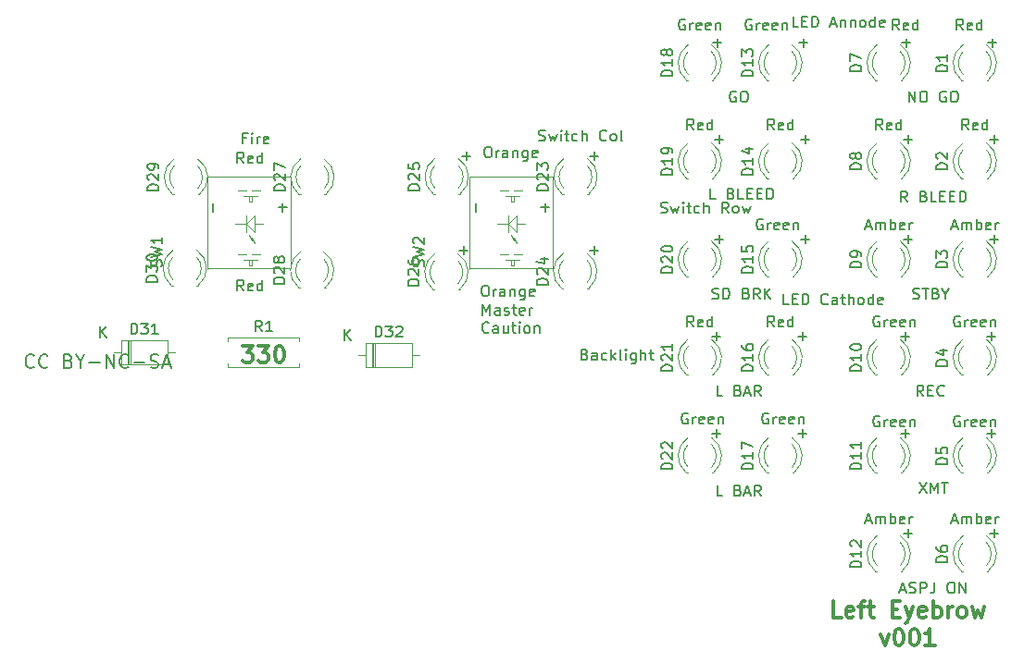
<source format=gbr>
G04 #@! TF.GenerationSoftware,KiCad,Pcbnew,(5.1.5-0-10_14)*
G04 #@! TF.CreationDate,2020-06-21T14:24:42+10:00*
G04 #@! TF.ProjectId,EWI_Left,4557495f-4c65-4667-942e-6b696361645f,-*
G04 #@! TF.SameCoordinates,Original*
G04 #@! TF.FileFunction,Legend,Top*
G04 #@! TF.FilePolarity,Positive*
%FSLAX46Y46*%
G04 Gerber Fmt 4.6, Leading zero omitted, Abs format (unit mm)*
G04 Created by KiCad (PCBNEW (5.1.5-0-10_14)) date 2020-06-21 14:24:42*
%MOMM*%
%LPD*%
G04 APERTURE LIST*
%ADD10C,0.300000*%
%ADD11C,0.150000*%
%ADD12C,0.200000*%
%ADD13C,0.120000*%
G04 APERTURE END LIST*
D10*
X122062857Y-90789571D02*
X121348571Y-90789571D01*
X121348571Y-89289571D01*
X123134285Y-90718142D02*
X122991428Y-90789571D01*
X122705714Y-90789571D01*
X122562857Y-90718142D01*
X122491428Y-90575285D01*
X122491428Y-90003857D01*
X122562857Y-89861000D01*
X122705714Y-89789571D01*
X122991428Y-89789571D01*
X123134285Y-89861000D01*
X123205714Y-90003857D01*
X123205714Y-90146714D01*
X122491428Y-90289571D01*
X123634285Y-89789571D02*
X124205714Y-89789571D01*
X123848571Y-90789571D02*
X123848571Y-89503857D01*
X123920000Y-89361000D01*
X124062857Y-89289571D01*
X124205714Y-89289571D01*
X124491428Y-89789571D02*
X125062857Y-89789571D01*
X124705714Y-89289571D02*
X124705714Y-90575285D01*
X124777142Y-90718142D01*
X124920000Y-90789571D01*
X125062857Y-90789571D01*
X126705714Y-90003857D02*
X127205714Y-90003857D01*
X127420000Y-90789571D02*
X126705714Y-90789571D01*
X126705714Y-89289571D01*
X127420000Y-89289571D01*
X127920000Y-89789571D02*
X128277142Y-90789571D01*
X128634285Y-89789571D02*
X128277142Y-90789571D01*
X128134285Y-91146714D01*
X128062857Y-91218142D01*
X127920000Y-91289571D01*
X129777142Y-90718142D02*
X129634285Y-90789571D01*
X129348571Y-90789571D01*
X129205714Y-90718142D01*
X129134285Y-90575285D01*
X129134285Y-90003857D01*
X129205714Y-89861000D01*
X129348571Y-89789571D01*
X129634285Y-89789571D01*
X129777142Y-89861000D01*
X129848571Y-90003857D01*
X129848571Y-90146714D01*
X129134285Y-90289571D01*
X130491428Y-90789571D02*
X130491428Y-89289571D01*
X130491428Y-89861000D02*
X130634285Y-89789571D01*
X130920000Y-89789571D01*
X131062857Y-89861000D01*
X131134285Y-89932428D01*
X131205714Y-90075285D01*
X131205714Y-90503857D01*
X131134285Y-90646714D01*
X131062857Y-90718142D01*
X130920000Y-90789571D01*
X130634285Y-90789571D01*
X130491428Y-90718142D01*
X131848571Y-90789571D02*
X131848571Y-89789571D01*
X131848571Y-90075285D02*
X131920000Y-89932428D01*
X131991428Y-89861000D01*
X132134285Y-89789571D01*
X132277142Y-89789571D01*
X132991428Y-90789571D02*
X132848571Y-90718142D01*
X132777142Y-90646714D01*
X132705714Y-90503857D01*
X132705714Y-90075285D01*
X132777142Y-89932428D01*
X132848571Y-89861000D01*
X132991428Y-89789571D01*
X133205714Y-89789571D01*
X133348571Y-89861000D01*
X133420000Y-89932428D01*
X133491428Y-90075285D01*
X133491428Y-90503857D01*
X133420000Y-90646714D01*
X133348571Y-90718142D01*
X133205714Y-90789571D01*
X132991428Y-90789571D01*
X133991428Y-89789571D02*
X134277142Y-90789571D01*
X134562857Y-90075285D01*
X134848571Y-90789571D01*
X135134285Y-89789571D01*
X125670000Y-92339571D02*
X126027142Y-93339571D01*
X126384285Y-92339571D01*
X127241428Y-91839571D02*
X127384285Y-91839571D01*
X127527142Y-91911000D01*
X127598571Y-91982428D01*
X127670000Y-92125285D01*
X127741428Y-92411000D01*
X127741428Y-92768142D01*
X127670000Y-93053857D01*
X127598571Y-93196714D01*
X127527142Y-93268142D01*
X127384285Y-93339571D01*
X127241428Y-93339571D01*
X127098571Y-93268142D01*
X127027142Y-93196714D01*
X126955714Y-93053857D01*
X126884285Y-92768142D01*
X126884285Y-92411000D01*
X126955714Y-92125285D01*
X127027142Y-91982428D01*
X127098571Y-91911000D01*
X127241428Y-91839571D01*
X128670000Y-91839571D02*
X128812857Y-91839571D01*
X128955714Y-91911000D01*
X129027142Y-91982428D01*
X129098571Y-92125285D01*
X129170000Y-92411000D01*
X129170000Y-92768142D01*
X129098571Y-93053857D01*
X129027142Y-93196714D01*
X128955714Y-93268142D01*
X128812857Y-93339571D01*
X128670000Y-93339571D01*
X128527142Y-93268142D01*
X128455714Y-93196714D01*
X128384285Y-93053857D01*
X128312857Y-92768142D01*
X128312857Y-92411000D01*
X128384285Y-92125285D01*
X128455714Y-91982428D01*
X128527142Y-91911000D01*
X128670000Y-91839571D01*
X130598571Y-93339571D02*
X129741428Y-93339571D01*
X130170000Y-93339571D02*
X130170000Y-91839571D01*
X130027142Y-92053857D01*
X129884285Y-92196714D01*
X129741428Y-92268142D01*
D11*
X87403047Y-48531428D02*
X88164952Y-48531428D01*
X87784000Y-48912380D02*
X87784000Y-48150476D01*
X87149047Y-57167428D02*
X87910952Y-57167428D01*
X87530000Y-57548380D02*
X87530000Y-56786476D01*
X99087047Y-57167428D02*
X99848952Y-57167428D01*
X99468000Y-57548380D02*
X99468000Y-56786476D01*
X99087047Y-48531428D02*
X99848952Y-48531428D01*
X99468000Y-48912380D02*
X99468000Y-48150476D01*
X110325655Y-38143993D02*
X111087560Y-38143993D01*
X110706608Y-38524945D02*
X110706608Y-37763041D01*
X127597655Y-38143993D02*
X128359560Y-38143993D01*
X127978608Y-38524945D02*
X127978608Y-37763041D01*
X118199655Y-38143993D02*
X118961560Y-38143993D01*
X118580608Y-38524945D02*
X118580608Y-37763041D01*
X135471655Y-38143993D02*
X136233560Y-38143993D01*
X135852608Y-38524945D02*
X135852608Y-37763041D01*
X135663047Y-47007428D02*
X136424952Y-47007428D01*
X136044000Y-47388380D02*
X136044000Y-46626476D01*
X118391047Y-47007428D02*
X119152952Y-47007428D01*
X118772000Y-47388380D02*
X118772000Y-46626476D01*
X127789047Y-47007428D02*
X128550952Y-47007428D01*
X128170000Y-47388380D02*
X128170000Y-46626476D01*
X110517047Y-47007428D02*
X111278952Y-47007428D01*
X110898000Y-47388380D02*
X110898000Y-46626476D01*
X127789047Y-56151428D02*
X128550952Y-56151428D01*
X128170000Y-56532380D02*
X128170000Y-55770476D01*
X110517047Y-56151428D02*
X111278952Y-56151428D01*
X110898000Y-56532380D02*
X110898000Y-55770476D01*
X118391047Y-56151428D02*
X119152952Y-56151428D01*
X118772000Y-56532380D02*
X118772000Y-55770476D01*
X135663047Y-56151428D02*
X136424952Y-56151428D01*
X136044000Y-56532380D02*
X136044000Y-55770476D01*
X135409047Y-65041428D02*
X136170952Y-65041428D01*
X135790000Y-65422380D02*
X135790000Y-64660476D01*
X118137047Y-65041428D02*
X118898952Y-65041428D01*
X118518000Y-65422380D02*
X118518000Y-64660476D01*
X127535047Y-65041428D02*
X128296952Y-65041428D01*
X127916000Y-65422380D02*
X127916000Y-64660476D01*
X110263047Y-65041428D02*
X111024952Y-65041428D01*
X110644000Y-65422380D02*
X110644000Y-64660476D01*
X118137047Y-73931428D02*
X118898952Y-73931428D01*
X118518000Y-74312380D02*
X118518000Y-73550476D01*
X110263047Y-73931428D02*
X111024952Y-73931428D01*
X110644000Y-74312380D02*
X110644000Y-73550476D01*
X127535047Y-73931428D02*
X128296952Y-73931428D01*
X127916000Y-74312380D02*
X127916000Y-73550476D01*
X135409047Y-73931428D02*
X136170952Y-73931428D01*
X135790000Y-74312380D02*
X135790000Y-73550476D01*
X135663047Y-83075428D02*
X136424952Y-83075428D01*
X136044000Y-83456380D02*
X136044000Y-82694476D01*
X127789047Y-83075428D02*
X128550952Y-83075428D01*
X128170000Y-83456380D02*
X128170000Y-82694476D01*
X124296761Y-81900666D02*
X124772952Y-81900666D01*
X124201523Y-82186380D02*
X124534857Y-81186380D01*
X124868190Y-82186380D01*
X125201523Y-82186380D02*
X125201523Y-81519714D01*
X125201523Y-81614952D02*
X125249142Y-81567333D01*
X125344380Y-81519714D01*
X125487238Y-81519714D01*
X125582476Y-81567333D01*
X125630095Y-81662571D01*
X125630095Y-82186380D01*
X125630095Y-81662571D02*
X125677714Y-81567333D01*
X125772952Y-81519714D01*
X125915809Y-81519714D01*
X126011047Y-81567333D01*
X126058666Y-81662571D01*
X126058666Y-82186380D01*
X126534857Y-82186380D02*
X126534857Y-81186380D01*
X126534857Y-81567333D02*
X126630095Y-81519714D01*
X126820571Y-81519714D01*
X126915809Y-81567333D01*
X126963428Y-81614952D01*
X127011047Y-81710190D01*
X127011047Y-81995904D01*
X126963428Y-82091142D01*
X126915809Y-82138761D01*
X126820571Y-82186380D01*
X126630095Y-82186380D01*
X126534857Y-82138761D01*
X127820571Y-82138761D02*
X127725333Y-82186380D01*
X127534857Y-82186380D01*
X127439619Y-82138761D01*
X127392000Y-82043523D01*
X127392000Y-81662571D01*
X127439619Y-81567333D01*
X127534857Y-81519714D01*
X127725333Y-81519714D01*
X127820571Y-81567333D01*
X127868190Y-81662571D01*
X127868190Y-81757809D01*
X127392000Y-81853047D01*
X128296761Y-82186380D02*
X128296761Y-81519714D01*
X128296761Y-81710190D02*
X128344380Y-81614952D01*
X128392000Y-81567333D01*
X128487238Y-81519714D01*
X128582476Y-81519714D01*
X132170761Y-81900666D02*
X132646952Y-81900666D01*
X132075523Y-82186380D02*
X132408857Y-81186380D01*
X132742190Y-82186380D01*
X133075523Y-82186380D02*
X133075523Y-81519714D01*
X133075523Y-81614952D02*
X133123142Y-81567333D01*
X133218380Y-81519714D01*
X133361238Y-81519714D01*
X133456476Y-81567333D01*
X133504095Y-81662571D01*
X133504095Y-82186380D01*
X133504095Y-81662571D02*
X133551714Y-81567333D01*
X133646952Y-81519714D01*
X133789809Y-81519714D01*
X133885047Y-81567333D01*
X133932666Y-81662571D01*
X133932666Y-82186380D01*
X134408857Y-82186380D02*
X134408857Y-81186380D01*
X134408857Y-81567333D02*
X134504095Y-81519714D01*
X134694571Y-81519714D01*
X134789809Y-81567333D01*
X134837428Y-81614952D01*
X134885047Y-81710190D01*
X134885047Y-81995904D01*
X134837428Y-82091142D01*
X134789809Y-82138761D01*
X134694571Y-82186380D01*
X134504095Y-82186380D01*
X134408857Y-82138761D01*
X135694571Y-82138761D02*
X135599333Y-82186380D01*
X135408857Y-82186380D01*
X135313619Y-82138761D01*
X135266000Y-82043523D01*
X135266000Y-81662571D01*
X135313619Y-81567333D01*
X135408857Y-81519714D01*
X135599333Y-81519714D01*
X135694571Y-81567333D01*
X135742190Y-81662571D01*
X135742190Y-81757809D01*
X135266000Y-81853047D01*
X136170761Y-82186380D02*
X136170761Y-81519714D01*
X136170761Y-81710190D02*
X136218380Y-81614952D01*
X136266000Y-81567333D01*
X136361238Y-81519714D01*
X136456476Y-81519714D01*
X125542857Y-63200000D02*
X125447619Y-63152380D01*
X125304761Y-63152380D01*
X125161904Y-63200000D01*
X125066666Y-63295238D01*
X125019047Y-63390476D01*
X124971428Y-63580952D01*
X124971428Y-63723809D01*
X125019047Y-63914285D01*
X125066666Y-64009523D01*
X125161904Y-64104761D01*
X125304761Y-64152380D01*
X125400000Y-64152380D01*
X125542857Y-64104761D01*
X125590476Y-64057142D01*
X125590476Y-63723809D01*
X125400000Y-63723809D01*
X126019047Y-64152380D02*
X126019047Y-63485714D01*
X126019047Y-63676190D02*
X126066666Y-63580952D01*
X126114285Y-63533333D01*
X126209523Y-63485714D01*
X126304761Y-63485714D01*
X127019047Y-64104761D02*
X126923809Y-64152380D01*
X126733333Y-64152380D01*
X126638095Y-64104761D01*
X126590476Y-64009523D01*
X126590476Y-63628571D01*
X126638095Y-63533333D01*
X126733333Y-63485714D01*
X126923809Y-63485714D01*
X127019047Y-63533333D01*
X127066666Y-63628571D01*
X127066666Y-63723809D01*
X126590476Y-63819047D01*
X127876190Y-64104761D02*
X127780952Y-64152380D01*
X127590476Y-64152380D01*
X127495238Y-64104761D01*
X127447619Y-64009523D01*
X127447619Y-63628571D01*
X127495238Y-63533333D01*
X127590476Y-63485714D01*
X127780952Y-63485714D01*
X127876190Y-63533333D01*
X127923809Y-63628571D01*
X127923809Y-63723809D01*
X127447619Y-63819047D01*
X128352380Y-63485714D02*
X128352380Y-64152380D01*
X128352380Y-63580952D02*
X128400000Y-63533333D01*
X128495238Y-63485714D01*
X128638095Y-63485714D01*
X128733333Y-63533333D01*
X128780952Y-63628571D01*
X128780952Y-64152380D01*
X132908857Y-63200000D02*
X132813619Y-63152380D01*
X132670761Y-63152380D01*
X132527904Y-63200000D01*
X132432666Y-63295238D01*
X132385047Y-63390476D01*
X132337428Y-63580952D01*
X132337428Y-63723809D01*
X132385047Y-63914285D01*
X132432666Y-64009523D01*
X132527904Y-64104761D01*
X132670761Y-64152380D01*
X132766000Y-64152380D01*
X132908857Y-64104761D01*
X132956476Y-64057142D01*
X132956476Y-63723809D01*
X132766000Y-63723809D01*
X133385047Y-64152380D02*
X133385047Y-63485714D01*
X133385047Y-63676190D02*
X133432666Y-63580952D01*
X133480285Y-63533333D01*
X133575523Y-63485714D01*
X133670761Y-63485714D01*
X134385047Y-64104761D02*
X134289809Y-64152380D01*
X134099333Y-64152380D01*
X134004095Y-64104761D01*
X133956476Y-64009523D01*
X133956476Y-63628571D01*
X134004095Y-63533333D01*
X134099333Y-63485714D01*
X134289809Y-63485714D01*
X134385047Y-63533333D01*
X134432666Y-63628571D01*
X134432666Y-63723809D01*
X133956476Y-63819047D01*
X135242190Y-64104761D02*
X135146952Y-64152380D01*
X134956476Y-64152380D01*
X134861238Y-64104761D01*
X134813619Y-64009523D01*
X134813619Y-63628571D01*
X134861238Y-63533333D01*
X134956476Y-63485714D01*
X135146952Y-63485714D01*
X135242190Y-63533333D01*
X135289809Y-63628571D01*
X135289809Y-63723809D01*
X134813619Y-63819047D01*
X135718380Y-63485714D02*
X135718380Y-64152380D01*
X135718380Y-63580952D02*
X135766000Y-63533333D01*
X135861238Y-63485714D01*
X136004095Y-63485714D01*
X136099333Y-63533333D01*
X136146952Y-63628571D01*
X136146952Y-64152380D01*
X132908857Y-72344000D02*
X132813619Y-72296380D01*
X132670761Y-72296380D01*
X132527904Y-72344000D01*
X132432666Y-72439238D01*
X132385047Y-72534476D01*
X132337428Y-72724952D01*
X132337428Y-72867809D01*
X132385047Y-73058285D01*
X132432666Y-73153523D01*
X132527904Y-73248761D01*
X132670761Y-73296380D01*
X132766000Y-73296380D01*
X132908857Y-73248761D01*
X132956476Y-73201142D01*
X132956476Y-72867809D01*
X132766000Y-72867809D01*
X133385047Y-73296380D02*
X133385047Y-72629714D01*
X133385047Y-72820190D02*
X133432666Y-72724952D01*
X133480285Y-72677333D01*
X133575523Y-72629714D01*
X133670761Y-72629714D01*
X134385047Y-73248761D02*
X134289809Y-73296380D01*
X134099333Y-73296380D01*
X134004095Y-73248761D01*
X133956476Y-73153523D01*
X133956476Y-72772571D01*
X134004095Y-72677333D01*
X134099333Y-72629714D01*
X134289809Y-72629714D01*
X134385047Y-72677333D01*
X134432666Y-72772571D01*
X134432666Y-72867809D01*
X133956476Y-72963047D01*
X135242190Y-73248761D02*
X135146952Y-73296380D01*
X134956476Y-73296380D01*
X134861238Y-73248761D01*
X134813619Y-73153523D01*
X134813619Y-72772571D01*
X134861238Y-72677333D01*
X134956476Y-72629714D01*
X135146952Y-72629714D01*
X135242190Y-72677333D01*
X135289809Y-72772571D01*
X135289809Y-72867809D01*
X134813619Y-72963047D01*
X135718380Y-72629714D02*
X135718380Y-73296380D01*
X135718380Y-72724952D02*
X135766000Y-72677333D01*
X135861238Y-72629714D01*
X136004095Y-72629714D01*
X136099333Y-72677333D01*
X136146952Y-72772571D01*
X136146952Y-73296380D01*
X125542857Y-72344000D02*
X125447619Y-72296380D01*
X125304761Y-72296380D01*
X125161904Y-72344000D01*
X125066666Y-72439238D01*
X125019047Y-72534476D01*
X124971428Y-72724952D01*
X124971428Y-72867809D01*
X125019047Y-73058285D01*
X125066666Y-73153523D01*
X125161904Y-73248761D01*
X125304761Y-73296380D01*
X125400000Y-73296380D01*
X125542857Y-73248761D01*
X125590476Y-73201142D01*
X125590476Y-72867809D01*
X125400000Y-72867809D01*
X126019047Y-73296380D02*
X126019047Y-72629714D01*
X126019047Y-72820190D02*
X126066666Y-72724952D01*
X126114285Y-72677333D01*
X126209523Y-72629714D01*
X126304761Y-72629714D01*
X127019047Y-73248761D02*
X126923809Y-73296380D01*
X126733333Y-73296380D01*
X126638095Y-73248761D01*
X126590476Y-73153523D01*
X126590476Y-72772571D01*
X126638095Y-72677333D01*
X126733333Y-72629714D01*
X126923809Y-72629714D01*
X127019047Y-72677333D01*
X127066666Y-72772571D01*
X127066666Y-72867809D01*
X126590476Y-72963047D01*
X127876190Y-73248761D02*
X127780952Y-73296380D01*
X127590476Y-73296380D01*
X127495238Y-73248761D01*
X127447619Y-73153523D01*
X127447619Y-72772571D01*
X127495238Y-72677333D01*
X127590476Y-72629714D01*
X127780952Y-72629714D01*
X127876190Y-72677333D01*
X127923809Y-72772571D01*
X127923809Y-72867809D01*
X127447619Y-72963047D01*
X128352380Y-72629714D02*
X128352380Y-73296380D01*
X128352380Y-72724952D02*
X128400000Y-72677333D01*
X128495238Y-72629714D01*
X128638095Y-72629714D01*
X128733333Y-72677333D01*
X128780952Y-72772571D01*
X128780952Y-73296380D01*
X111176000Y-79646380D02*
X110699809Y-79646380D01*
X110699809Y-78646380D01*
X112604571Y-79122571D02*
X112747428Y-79170190D01*
X112795047Y-79217809D01*
X112842666Y-79313047D01*
X112842666Y-79455904D01*
X112795047Y-79551142D01*
X112747428Y-79598761D01*
X112652190Y-79646380D01*
X112271238Y-79646380D01*
X112271238Y-78646380D01*
X112604571Y-78646380D01*
X112699809Y-78694000D01*
X112747428Y-78741619D01*
X112795047Y-78836857D01*
X112795047Y-78932095D01*
X112747428Y-79027333D01*
X112699809Y-79074952D01*
X112604571Y-79122571D01*
X112271238Y-79122571D01*
X113223619Y-79360666D02*
X113699809Y-79360666D01*
X113128380Y-79646380D02*
X113461714Y-78646380D01*
X113795047Y-79646380D01*
X114699809Y-79646380D02*
X114366476Y-79170190D01*
X114128380Y-79646380D02*
X114128380Y-78646380D01*
X114509333Y-78646380D01*
X114604571Y-78694000D01*
X114652190Y-78741619D01*
X114699809Y-78836857D01*
X114699809Y-78979714D01*
X114652190Y-79074952D01*
X114604571Y-79122571D01*
X114509333Y-79170190D01*
X114128380Y-79170190D01*
X115914571Y-64152380D02*
X115581238Y-63676190D01*
X115343142Y-64152380D02*
X115343142Y-63152380D01*
X115724095Y-63152380D01*
X115819333Y-63200000D01*
X115866952Y-63247619D01*
X115914571Y-63342857D01*
X115914571Y-63485714D01*
X115866952Y-63580952D01*
X115819333Y-63628571D01*
X115724095Y-63676190D01*
X115343142Y-63676190D01*
X116724095Y-64104761D02*
X116628857Y-64152380D01*
X116438380Y-64152380D01*
X116343142Y-64104761D01*
X116295523Y-64009523D01*
X116295523Y-63628571D01*
X116343142Y-63533333D01*
X116438380Y-63485714D01*
X116628857Y-63485714D01*
X116724095Y-63533333D01*
X116771714Y-63628571D01*
X116771714Y-63723809D01*
X116295523Y-63819047D01*
X117628857Y-64152380D02*
X117628857Y-63152380D01*
X117628857Y-64104761D02*
X117533619Y-64152380D01*
X117343142Y-64152380D01*
X117247904Y-64104761D01*
X117200285Y-64057142D01*
X117152666Y-63961904D01*
X117152666Y-63676190D01*
X117200285Y-63580952D01*
X117247904Y-63533333D01*
X117343142Y-63485714D01*
X117533619Y-63485714D01*
X117628857Y-63533333D01*
X127432190Y-88250666D02*
X127908380Y-88250666D01*
X127336952Y-88536380D02*
X127670285Y-87536380D01*
X128003619Y-88536380D01*
X128289333Y-88488761D02*
X128432190Y-88536380D01*
X128670285Y-88536380D01*
X128765523Y-88488761D01*
X128813142Y-88441142D01*
X128860761Y-88345904D01*
X128860761Y-88250666D01*
X128813142Y-88155428D01*
X128765523Y-88107809D01*
X128670285Y-88060190D01*
X128479809Y-88012571D01*
X128384571Y-87964952D01*
X128336952Y-87917333D01*
X128289333Y-87822095D01*
X128289333Y-87726857D01*
X128336952Y-87631619D01*
X128384571Y-87584000D01*
X128479809Y-87536380D01*
X128717904Y-87536380D01*
X128860761Y-87584000D01*
X129289333Y-88536380D02*
X129289333Y-87536380D01*
X129670285Y-87536380D01*
X129765523Y-87584000D01*
X129813142Y-87631619D01*
X129860761Y-87726857D01*
X129860761Y-87869714D01*
X129813142Y-87964952D01*
X129765523Y-88012571D01*
X129670285Y-88060190D01*
X129289333Y-88060190D01*
X130575047Y-87536380D02*
X130575047Y-88250666D01*
X130527428Y-88393523D01*
X130432190Y-88488761D01*
X130289333Y-88536380D01*
X130194095Y-88536380D01*
X132003619Y-87536380D02*
X132194095Y-87536380D01*
X132289333Y-87584000D01*
X132384571Y-87679238D01*
X132432190Y-87869714D01*
X132432190Y-88203047D01*
X132384571Y-88393523D01*
X132289333Y-88488761D01*
X132194095Y-88536380D01*
X132003619Y-88536380D01*
X131908380Y-88488761D01*
X131813142Y-88393523D01*
X131765523Y-88203047D01*
X131765523Y-87869714D01*
X131813142Y-87679238D01*
X131908380Y-87584000D01*
X132003619Y-87536380D01*
X132860761Y-88536380D02*
X132860761Y-87536380D01*
X133432190Y-88536380D01*
X133432190Y-87536380D01*
X129170285Y-78392380D02*
X129836952Y-79392380D01*
X129836952Y-78392380D02*
X129170285Y-79392380D01*
X130217904Y-79392380D02*
X130217904Y-78392380D01*
X130551238Y-79106666D01*
X130884571Y-78392380D01*
X130884571Y-79392380D01*
X131217904Y-78392380D02*
X131789333Y-78392380D01*
X131503619Y-79392380D02*
X131503619Y-78392380D01*
X129559142Y-70502380D02*
X129225809Y-70026190D01*
X128987714Y-70502380D02*
X128987714Y-69502380D01*
X129368666Y-69502380D01*
X129463904Y-69550000D01*
X129511523Y-69597619D01*
X129559142Y-69692857D01*
X129559142Y-69835714D01*
X129511523Y-69930952D01*
X129463904Y-69978571D01*
X129368666Y-70026190D01*
X128987714Y-70026190D01*
X129987714Y-69978571D02*
X130321047Y-69978571D01*
X130463904Y-70502380D02*
X129987714Y-70502380D01*
X129987714Y-69502380D01*
X130463904Y-69502380D01*
X131463904Y-70407142D02*
X131416285Y-70454761D01*
X131273428Y-70502380D01*
X131178190Y-70502380D01*
X131035333Y-70454761D01*
X130940095Y-70359523D01*
X130892476Y-70264285D01*
X130844857Y-70073809D01*
X130844857Y-69930952D01*
X130892476Y-69740476D01*
X130940095Y-69645238D01*
X131035333Y-69550000D01*
X131178190Y-69502380D01*
X131273428Y-69502380D01*
X131416285Y-69550000D01*
X131463904Y-69597619D01*
X111176000Y-70502380D02*
X110699809Y-70502380D01*
X110699809Y-69502380D01*
X112604571Y-69978571D02*
X112747428Y-70026190D01*
X112795047Y-70073809D01*
X112842666Y-70169047D01*
X112842666Y-70311904D01*
X112795047Y-70407142D01*
X112747428Y-70454761D01*
X112652190Y-70502380D01*
X112271238Y-70502380D01*
X112271238Y-69502380D01*
X112604571Y-69502380D01*
X112699809Y-69550000D01*
X112747428Y-69597619D01*
X112795047Y-69692857D01*
X112795047Y-69788095D01*
X112747428Y-69883333D01*
X112699809Y-69930952D01*
X112604571Y-69978571D01*
X112271238Y-69978571D01*
X113223619Y-70216666D02*
X113699809Y-70216666D01*
X113128380Y-70502380D02*
X113461714Y-69502380D01*
X113795047Y-70502380D01*
X114699809Y-70502380D02*
X114366476Y-70026190D01*
X114128380Y-70502380D02*
X114128380Y-69502380D01*
X114509333Y-69502380D01*
X114604571Y-69550000D01*
X114652190Y-69597619D01*
X114699809Y-69692857D01*
X114699809Y-69835714D01*
X114652190Y-69930952D01*
X114604571Y-69978571D01*
X114509333Y-70026190D01*
X114128380Y-70026190D01*
X115382857Y-72090000D02*
X115287619Y-72042380D01*
X115144761Y-72042380D01*
X115001904Y-72090000D01*
X114906666Y-72185238D01*
X114859047Y-72280476D01*
X114811428Y-72470952D01*
X114811428Y-72613809D01*
X114859047Y-72804285D01*
X114906666Y-72899523D01*
X115001904Y-72994761D01*
X115144761Y-73042380D01*
X115240000Y-73042380D01*
X115382857Y-72994761D01*
X115430476Y-72947142D01*
X115430476Y-72613809D01*
X115240000Y-72613809D01*
X115859047Y-73042380D02*
X115859047Y-72375714D01*
X115859047Y-72566190D02*
X115906666Y-72470952D01*
X115954285Y-72423333D01*
X116049523Y-72375714D01*
X116144761Y-72375714D01*
X116859047Y-72994761D02*
X116763809Y-73042380D01*
X116573333Y-73042380D01*
X116478095Y-72994761D01*
X116430476Y-72899523D01*
X116430476Y-72518571D01*
X116478095Y-72423333D01*
X116573333Y-72375714D01*
X116763809Y-72375714D01*
X116859047Y-72423333D01*
X116906666Y-72518571D01*
X116906666Y-72613809D01*
X116430476Y-72709047D01*
X117716190Y-72994761D02*
X117620952Y-73042380D01*
X117430476Y-73042380D01*
X117335238Y-72994761D01*
X117287619Y-72899523D01*
X117287619Y-72518571D01*
X117335238Y-72423333D01*
X117430476Y-72375714D01*
X117620952Y-72375714D01*
X117716190Y-72423333D01*
X117763809Y-72518571D01*
X117763809Y-72613809D01*
X117287619Y-72709047D01*
X118192380Y-72375714D02*
X118192380Y-73042380D01*
X118192380Y-72470952D02*
X118240000Y-72423333D01*
X118335238Y-72375714D01*
X118478095Y-72375714D01*
X118573333Y-72423333D01*
X118620952Y-72518571D01*
X118620952Y-73042380D01*
X110263333Y-61564761D02*
X110406190Y-61612380D01*
X110644285Y-61612380D01*
X110739523Y-61564761D01*
X110787142Y-61517142D01*
X110834761Y-61421904D01*
X110834761Y-61326666D01*
X110787142Y-61231428D01*
X110739523Y-61183809D01*
X110644285Y-61136190D01*
X110453809Y-61088571D01*
X110358571Y-61040952D01*
X110310952Y-60993333D01*
X110263333Y-60898095D01*
X110263333Y-60802857D01*
X110310952Y-60707619D01*
X110358571Y-60660000D01*
X110453809Y-60612380D01*
X110691904Y-60612380D01*
X110834761Y-60660000D01*
X111263333Y-61612380D02*
X111263333Y-60612380D01*
X111501428Y-60612380D01*
X111644285Y-60660000D01*
X111739523Y-60755238D01*
X111787142Y-60850476D01*
X111834761Y-61040952D01*
X111834761Y-61183809D01*
X111787142Y-61374285D01*
X111739523Y-61469523D01*
X111644285Y-61564761D01*
X111501428Y-61612380D01*
X111263333Y-61612380D01*
X113358571Y-61088571D02*
X113501428Y-61136190D01*
X113549047Y-61183809D01*
X113596666Y-61279047D01*
X113596666Y-61421904D01*
X113549047Y-61517142D01*
X113501428Y-61564761D01*
X113406190Y-61612380D01*
X113025238Y-61612380D01*
X113025238Y-60612380D01*
X113358571Y-60612380D01*
X113453809Y-60660000D01*
X113501428Y-60707619D01*
X113549047Y-60802857D01*
X113549047Y-60898095D01*
X113501428Y-60993333D01*
X113453809Y-61040952D01*
X113358571Y-61088571D01*
X113025238Y-61088571D01*
X114596666Y-61612380D02*
X114263333Y-61136190D01*
X114025238Y-61612380D02*
X114025238Y-60612380D01*
X114406190Y-60612380D01*
X114501428Y-60660000D01*
X114549047Y-60707619D01*
X114596666Y-60802857D01*
X114596666Y-60945714D01*
X114549047Y-61040952D01*
X114501428Y-61088571D01*
X114406190Y-61136190D01*
X114025238Y-61136190D01*
X115025238Y-61612380D02*
X115025238Y-60612380D01*
X115596666Y-61612380D02*
X115168095Y-61040952D01*
X115596666Y-60612380D02*
X115025238Y-61183809D01*
X132170761Y-54976666D02*
X132646952Y-54976666D01*
X132075523Y-55262380D02*
X132408857Y-54262380D01*
X132742190Y-55262380D01*
X133075523Y-55262380D02*
X133075523Y-54595714D01*
X133075523Y-54690952D02*
X133123142Y-54643333D01*
X133218380Y-54595714D01*
X133361238Y-54595714D01*
X133456476Y-54643333D01*
X133504095Y-54738571D01*
X133504095Y-55262380D01*
X133504095Y-54738571D02*
X133551714Y-54643333D01*
X133646952Y-54595714D01*
X133789809Y-54595714D01*
X133885047Y-54643333D01*
X133932666Y-54738571D01*
X133932666Y-55262380D01*
X134408857Y-55262380D02*
X134408857Y-54262380D01*
X134408857Y-54643333D02*
X134504095Y-54595714D01*
X134694571Y-54595714D01*
X134789809Y-54643333D01*
X134837428Y-54690952D01*
X134885047Y-54786190D01*
X134885047Y-55071904D01*
X134837428Y-55167142D01*
X134789809Y-55214761D01*
X134694571Y-55262380D01*
X134504095Y-55262380D01*
X134408857Y-55214761D01*
X135694571Y-55214761D02*
X135599333Y-55262380D01*
X135408857Y-55262380D01*
X135313619Y-55214761D01*
X135266000Y-55119523D01*
X135266000Y-54738571D01*
X135313619Y-54643333D01*
X135408857Y-54595714D01*
X135599333Y-54595714D01*
X135694571Y-54643333D01*
X135742190Y-54738571D01*
X135742190Y-54833809D01*
X135266000Y-54929047D01*
X136170761Y-55262380D02*
X136170761Y-54595714D01*
X136170761Y-54786190D02*
X136218380Y-54690952D01*
X136266000Y-54643333D01*
X136361238Y-54595714D01*
X136456476Y-54595714D01*
X124296761Y-54976666D02*
X124772952Y-54976666D01*
X124201523Y-55262380D02*
X124534857Y-54262380D01*
X124868190Y-55262380D01*
X125201523Y-55262380D02*
X125201523Y-54595714D01*
X125201523Y-54690952D02*
X125249142Y-54643333D01*
X125344380Y-54595714D01*
X125487238Y-54595714D01*
X125582476Y-54643333D01*
X125630095Y-54738571D01*
X125630095Y-55262380D01*
X125630095Y-54738571D02*
X125677714Y-54643333D01*
X125772952Y-54595714D01*
X125915809Y-54595714D01*
X126011047Y-54643333D01*
X126058666Y-54738571D01*
X126058666Y-55262380D01*
X126534857Y-55262380D02*
X126534857Y-54262380D01*
X126534857Y-54643333D02*
X126630095Y-54595714D01*
X126820571Y-54595714D01*
X126915809Y-54643333D01*
X126963428Y-54690952D01*
X127011047Y-54786190D01*
X127011047Y-55071904D01*
X126963428Y-55167142D01*
X126915809Y-55214761D01*
X126820571Y-55262380D01*
X126630095Y-55262380D01*
X126534857Y-55214761D01*
X127820571Y-55214761D02*
X127725333Y-55262380D01*
X127534857Y-55262380D01*
X127439619Y-55214761D01*
X127392000Y-55119523D01*
X127392000Y-54738571D01*
X127439619Y-54643333D01*
X127534857Y-54595714D01*
X127725333Y-54595714D01*
X127820571Y-54643333D01*
X127868190Y-54738571D01*
X127868190Y-54833809D01*
X127392000Y-54929047D01*
X128296761Y-55262380D02*
X128296761Y-54595714D01*
X128296761Y-54786190D02*
X128344380Y-54690952D01*
X128392000Y-54643333D01*
X128487238Y-54595714D01*
X128582476Y-54595714D01*
X128606761Y-61564761D02*
X128749619Y-61612380D01*
X128987714Y-61612380D01*
X129082952Y-61564761D01*
X129130571Y-61517142D01*
X129178190Y-61421904D01*
X129178190Y-61326666D01*
X129130571Y-61231428D01*
X129082952Y-61183809D01*
X128987714Y-61136190D01*
X128797238Y-61088571D01*
X128702000Y-61040952D01*
X128654380Y-60993333D01*
X128606761Y-60898095D01*
X128606761Y-60802857D01*
X128654380Y-60707619D01*
X128702000Y-60660000D01*
X128797238Y-60612380D01*
X129035333Y-60612380D01*
X129178190Y-60660000D01*
X129463904Y-60612380D02*
X130035333Y-60612380D01*
X129749619Y-61612380D02*
X129749619Y-60612380D01*
X130702000Y-61088571D02*
X130844857Y-61136190D01*
X130892476Y-61183809D01*
X130940095Y-61279047D01*
X130940095Y-61421904D01*
X130892476Y-61517142D01*
X130844857Y-61564761D01*
X130749619Y-61612380D01*
X130368666Y-61612380D01*
X130368666Y-60612380D01*
X130702000Y-60612380D01*
X130797238Y-60660000D01*
X130844857Y-60707619D01*
X130892476Y-60802857D01*
X130892476Y-60898095D01*
X130844857Y-60993333D01*
X130797238Y-61040952D01*
X130702000Y-61088571D01*
X130368666Y-61088571D01*
X131559142Y-61136190D02*
X131559142Y-61612380D01*
X131225809Y-60612380D02*
X131559142Y-61136190D01*
X131892476Y-60612380D01*
X110549047Y-52468380D02*
X110072857Y-52468380D01*
X110072857Y-51468380D01*
X111977619Y-51944571D02*
X112120476Y-51992190D01*
X112168095Y-52039809D01*
X112215714Y-52135047D01*
X112215714Y-52277904D01*
X112168095Y-52373142D01*
X112120476Y-52420761D01*
X112025238Y-52468380D01*
X111644285Y-52468380D01*
X111644285Y-51468380D01*
X111977619Y-51468380D01*
X112072857Y-51516000D01*
X112120476Y-51563619D01*
X112168095Y-51658857D01*
X112168095Y-51754095D01*
X112120476Y-51849333D01*
X112072857Y-51896952D01*
X111977619Y-51944571D01*
X111644285Y-51944571D01*
X113120476Y-52468380D02*
X112644285Y-52468380D01*
X112644285Y-51468380D01*
X113453809Y-51944571D02*
X113787142Y-51944571D01*
X113930000Y-52468380D02*
X113453809Y-52468380D01*
X113453809Y-51468380D01*
X113930000Y-51468380D01*
X114358571Y-51944571D02*
X114691904Y-51944571D01*
X114834761Y-52468380D02*
X114358571Y-52468380D01*
X114358571Y-51468380D01*
X114834761Y-51468380D01*
X115263333Y-52468380D02*
X115263333Y-51468380D01*
X115501428Y-51468380D01*
X115644285Y-51516000D01*
X115739523Y-51611238D01*
X115787142Y-51706476D01*
X115834761Y-51896952D01*
X115834761Y-52039809D01*
X115787142Y-52230285D01*
X115739523Y-52325523D01*
X115644285Y-52420761D01*
X115501428Y-52468380D01*
X115263333Y-52468380D01*
X128075047Y-52722380D02*
X127741714Y-52246190D01*
X127503619Y-52722380D02*
X127503619Y-51722380D01*
X127884571Y-51722380D01*
X127979809Y-51770000D01*
X128027428Y-51817619D01*
X128075047Y-51912857D01*
X128075047Y-52055714D01*
X128027428Y-52150952D01*
X127979809Y-52198571D01*
X127884571Y-52246190D01*
X127503619Y-52246190D01*
X129598857Y-52198571D02*
X129741714Y-52246190D01*
X129789333Y-52293809D01*
X129836952Y-52389047D01*
X129836952Y-52531904D01*
X129789333Y-52627142D01*
X129741714Y-52674761D01*
X129646476Y-52722380D01*
X129265523Y-52722380D01*
X129265523Y-51722380D01*
X129598857Y-51722380D01*
X129694095Y-51770000D01*
X129741714Y-51817619D01*
X129789333Y-51912857D01*
X129789333Y-52008095D01*
X129741714Y-52103333D01*
X129694095Y-52150952D01*
X129598857Y-52198571D01*
X129265523Y-52198571D01*
X130741714Y-52722380D02*
X130265523Y-52722380D01*
X130265523Y-51722380D01*
X131075047Y-52198571D02*
X131408380Y-52198571D01*
X131551238Y-52722380D02*
X131075047Y-52722380D01*
X131075047Y-51722380D01*
X131551238Y-51722380D01*
X131979809Y-52198571D02*
X132313142Y-52198571D01*
X132456000Y-52722380D02*
X131979809Y-52722380D01*
X131979809Y-51722380D01*
X132456000Y-51722380D01*
X132884571Y-52722380D02*
X132884571Y-51722380D01*
X133122666Y-51722380D01*
X133265523Y-51770000D01*
X133360761Y-51865238D01*
X133408380Y-51960476D01*
X133456000Y-52150952D01*
X133456000Y-52293809D01*
X133408380Y-52484285D01*
X133360761Y-52579523D01*
X133265523Y-52674761D01*
X133122666Y-52722380D01*
X132884571Y-52722380D01*
X128241714Y-43578380D02*
X128241714Y-42578380D01*
X128813142Y-43578380D01*
X128813142Y-42578380D01*
X129479809Y-42578380D02*
X129670285Y-42578380D01*
X129765523Y-42626000D01*
X129860761Y-42721238D01*
X129908380Y-42911714D01*
X129908380Y-43245047D01*
X129860761Y-43435523D01*
X129765523Y-43530761D01*
X129670285Y-43578380D01*
X129479809Y-43578380D01*
X129384571Y-43530761D01*
X129289333Y-43435523D01*
X129241714Y-43245047D01*
X129241714Y-42911714D01*
X129289333Y-42721238D01*
X129384571Y-42626000D01*
X129479809Y-42578380D01*
X131622666Y-42626000D02*
X131527428Y-42578380D01*
X131384571Y-42578380D01*
X131241714Y-42626000D01*
X131146476Y-42721238D01*
X131098857Y-42816476D01*
X131051238Y-43006952D01*
X131051238Y-43149809D01*
X131098857Y-43340285D01*
X131146476Y-43435523D01*
X131241714Y-43530761D01*
X131384571Y-43578380D01*
X131479809Y-43578380D01*
X131622666Y-43530761D01*
X131670285Y-43483142D01*
X131670285Y-43149809D01*
X131479809Y-43149809D01*
X132289333Y-42578380D02*
X132479809Y-42578380D01*
X132575047Y-42626000D01*
X132670285Y-42721238D01*
X132717904Y-42911714D01*
X132717904Y-43245047D01*
X132670285Y-43435523D01*
X132575047Y-43530761D01*
X132479809Y-43578380D01*
X132289333Y-43578380D01*
X132194095Y-43530761D01*
X132098857Y-43435523D01*
X132051238Y-43245047D01*
X132051238Y-42911714D01*
X132098857Y-42721238D01*
X132194095Y-42626000D01*
X132289333Y-42578380D01*
X112414095Y-42626000D02*
X112318857Y-42578380D01*
X112176000Y-42578380D01*
X112033142Y-42626000D01*
X111937904Y-42721238D01*
X111890285Y-42816476D01*
X111842666Y-43006952D01*
X111842666Y-43149809D01*
X111890285Y-43340285D01*
X111937904Y-43435523D01*
X112033142Y-43530761D01*
X112176000Y-43578380D01*
X112271238Y-43578380D01*
X112414095Y-43530761D01*
X112461714Y-43483142D01*
X112461714Y-43149809D01*
X112271238Y-43149809D01*
X113080761Y-42578380D02*
X113271238Y-42578380D01*
X113366476Y-42626000D01*
X113461714Y-42721238D01*
X113509333Y-42911714D01*
X113509333Y-43245047D01*
X113461714Y-43435523D01*
X113366476Y-43530761D01*
X113271238Y-43578380D01*
X113080761Y-43578380D01*
X112985523Y-43530761D01*
X112890285Y-43435523D01*
X112842666Y-43245047D01*
X112842666Y-42911714D01*
X112890285Y-42721238D01*
X112985523Y-42626000D01*
X113080761Y-42578380D01*
X114874857Y-54310000D02*
X114779619Y-54262380D01*
X114636761Y-54262380D01*
X114493904Y-54310000D01*
X114398666Y-54405238D01*
X114351047Y-54500476D01*
X114303428Y-54690952D01*
X114303428Y-54833809D01*
X114351047Y-55024285D01*
X114398666Y-55119523D01*
X114493904Y-55214761D01*
X114636761Y-55262380D01*
X114732000Y-55262380D01*
X114874857Y-55214761D01*
X114922476Y-55167142D01*
X114922476Y-54833809D01*
X114732000Y-54833809D01*
X115351047Y-55262380D02*
X115351047Y-54595714D01*
X115351047Y-54786190D02*
X115398666Y-54690952D01*
X115446285Y-54643333D01*
X115541523Y-54595714D01*
X115636761Y-54595714D01*
X116351047Y-55214761D02*
X116255809Y-55262380D01*
X116065333Y-55262380D01*
X115970095Y-55214761D01*
X115922476Y-55119523D01*
X115922476Y-54738571D01*
X115970095Y-54643333D01*
X116065333Y-54595714D01*
X116255809Y-54595714D01*
X116351047Y-54643333D01*
X116398666Y-54738571D01*
X116398666Y-54833809D01*
X115922476Y-54929047D01*
X117208190Y-55214761D02*
X117112952Y-55262380D01*
X116922476Y-55262380D01*
X116827238Y-55214761D01*
X116779619Y-55119523D01*
X116779619Y-54738571D01*
X116827238Y-54643333D01*
X116922476Y-54595714D01*
X117112952Y-54595714D01*
X117208190Y-54643333D01*
X117255809Y-54738571D01*
X117255809Y-54833809D01*
X116779619Y-54929047D01*
X117684380Y-54595714D02*
X117684380Y-55262380D01*
X117684380Y-54690952D02*
X117732000Y-54643333D01*
X117827238Y-54595714D01*
X117970095Y-54595714D01*
X118065333Y-54643333D01*
X118112952Y-54738571D01*
X118112952Y-55262380D01*
X108016857Y-72090000D02*
X107921619Y-72042380D01*
X107778761Y-72042380D01*
X107635904Y-72090000D01*
X107540666Y-72185238D01*
X107493047Y-72280476D01*
X107445428Y-72470952D01*
X107445428Y-72613809D01*
X107493047Y-72804285D01*
X107540666Y-72899523D01*
X107635904Y-72994761D01*
X107778761Y-73042380D01*
X107874000Y-73042380D01*
X108016857Y-72994761D01*
X108064476Y-72947142D01*
X108064476Y-72613809D01*
X107874000Y-72613809D01*
X108493047Y-73042380D02*
X108493047Y-72375714D01*
X108493047Y-72566190D02*
X108540666Y-72470952D01*
X108588285Y-72423333D01*
X108683523Y-72375714D01*
X108778761Y-72375714D01*
X109493047Y-72994761D02*
X109397809Y-73042380D01*
X109207333Y-73042380D01*
X109112095Y-72994761D01*
X109064476Y-72899523D01*
X109064476Y-72518571D01*
X109112095Y-72423333D01*
X109207333Y-72375714D01*
X109397809Y-72375714D01*
X109493047Y-72423333D01*
X109540666Y-72518571D01*
X109540666Y-72613809D01*
X109064476Y-72709047D01*
X110350190Y-72994761D02*
X110254952Y-73042380D01*
X110064476Y-73042380D01*
X109969238Y-72994761D01*
X109921619Y-72899523D01*
X109921619Y-72518571D01*
X109969238Y-72423333D01*
X110064476Y-72375714D01*
X110254952Y-72375714D01*
X110350190Y-72423333D01*
X110397809Y-72518571D01*
X110397809Y-72613809D01*
X109921619Y-72709047D01*
X110826380Y-72375714D02*
X110826380Y-73042380D01*
X110826380Y-72470952D02*
X110874000Y-72423333D01*
X110969238Y-72375714D01*
X111112095Y-72375714D01*
X111207333Y-72423333D01*
X111254952Y-72518571D01*
X111254952Y-73042380D01*
X113858857Y-36022000D02*
X113763619Y-35974380D01*
X113620761Y-35974380D01*
X113477904Y-36022000D01*
X113382666Y-36117238D01*
X113335047Y-36212476D01*
X113287428Y-36402952D01*
X113287428Y-36545809D01*
X113335047Y-36736285D01*
X113382666Y-36831523D01*
X113477904Y-36926761D01*
X113620761Y-36974380D01*
X113716000Y-36974380D01*
X113858857Y-36926761D01*
X113906476Y-36879142D01*
X113906476Y-36545809D01*
X113716000Y-36545809D01*
X114335047Y-36974380D02*
X114335047Y-36307714D01*
X114335047Y-36498190D02*
X114382666Y-36402952D01*
X114430285Y-36355333D01*
X114525523Y-36307714D01*
X114620761Y-36307714D01*
X115335047Y-36926761D02*
X115239809Y-36974380D01*
X115049333Y-36974380D01*
X114954095Y-36926761D01*
X114906476Y-36831523D01*
X114906476Y-36450571D01*
X114954095Y-36355333D01*
X115049333Y-36307714D01*
X115239809Y-36307714D01*
X115335047Y-36355333D01*
X115382666Y-36450571D01*
X115382666Y-36545809D01*
X114906476Y-36641047D01*
X116192190Y-36926761D02*
X116096952Y-36974380D01*
X115906476Y-36974380D01*
X115811238Y-36926761D01*
X115763619Y-36831523D01*
X115763619Y-36450571D01*
X115811238Y-36355333D01*
X115906476Y-36307714D01*
X116096952Y-36307714D01*
X116192190Y-36355333D01*
X116239809Y-36450571D01*
X116239809Y-36545809D01*
X115763619Y-36641047D01*
X116668380Y-36307714D02*
X116668380Y-36974380D01*
X116668380Y-36402952D02*
X116716000Y-36355333D01*
X116811238Y-36307714D01*
X116954095Y-36307714D01*
X117049333Y-36355333D01*
X117096952Y-36450571D01*
X117096952Y-36974380D01*
X107762857Y-36022000D02*
X107667619Y-35974380D01*
X107524761Y-35974380D01*
X107381904Y-36022000D01*
X107286666Y-36117238D01*
X107239047Y-36212476D01*
X107191428Y-36402952D01*
X107191428Y-36545809D01*
X107239047Y-36736285D01*
X107286666Y-36831523D01*
X107381904Y-36926761D01*
X107524761Y-36974380D01*
X107620000Y-36974380D01*
X107762857Y-36926761D01*
X107810476Y-36879142D01*
X107810476Y-36545809D01*
X107620000Y-36545809D01*
X108239047Y-36974380D02*
X108239047Y-36307714D01*
X108239047Y-36498190D02*
X108286666Y-36402952D01*
X108334285Y-36355333D01*
X108429523Y-36307714D01*
X108524761Y-36307714D01*
X109239047Y-36926761D02*
X109143809Y-36974380D01*
X108953333Y-36974380D01*
X108858095Y-36926761D01*
X108810476Y-36831523D01*
X108810476Y-36450571D01*
X108858095Y-36355333D01*
X108953333Y-36307714D01*
X109143809Y-36307714D01*
X109239047Y-36355333D01*
X109286666Y-36450571D01*
X109286666Y-36545809D01*
X108810476Y-36641047D01*
X110096190Y-36926761D02*
X110000952Y-36974380D01*
X109810476Y-36974380D01*
X109715238Y-36926761D01*
X109667619Y-36831523D01*
X109667619Y-36450571D01*
X109715238Y-36355333D01*
X109810476Y-36307714D01*
X110000952Y-36307714D01*
X110096190Y-36355333D01*
X110143809Y-36450571D01*
X110143809Y-36545809D01*
X109667619Y-36641047D01*
X110572380Y-36307714D02*
X110572380Y-36974380D01*
X110572380Y-36402952D02*
X110620000Y-36355333D01*
X110715238Y-36307714D01*
X110858095Y-36307714D01*
X110953333Y-36355333D01*
X111000952Y-36450571D01*
X111000952Y-36974380D01*
X115914571Y-46118380D02*
X115581238Y-45642190D01*
X115343142Y-46118380D02*
X115343142Y-45118380D01*
X115724095Y-45118380D01*
X115819333Y-45166000D01*
X115866952Y-45213619D01*
X115914571Y-45308857D01*
X115914571Y-45451714D01*
X115866952Y-45546952D01*
X115819333Y-45594571D01*
X115724095Y-45642190D01*
X115343142Y-45642190D01*
X116724095Y-46070761D02*
X116628857Y-46118380D01*
X116438380Y-46118380D01*
X116343142Y-46070761D01*
X116295523Y-45975523D01*
X116295523Y-45594571D01*
X116343142Y-45499333D01*
X116438380Y-45451714D01*
X116628857Y-45451714D01*
X116724095Y-45499333D01*
X116771714Y-45594571D01*
X116771714Y-45689809D01*
X116295523Y-45785047D01*
X117628857Y-46118380D02*
X117628857Y-45118380D01*
X117628857Y-46070761D02*
X117533619Y-46118380D01*
X117343142Y-46118380D01*
X117247904Y-46070761D01*
X117200285Y-46023142D01*
X117152666Y-45927904D01*
X117152666Y-45642190D01*
X117200285Y-45546952D01*
X117247904Y-45499333D01*
X117343142Y-45451714D01*
X117533619Y-45451714D01*
X117628857Y-45499333D01*
X108548571Y-46118380D02*
X108215238Y-45642190D01*
X107977142Y-46118380D02*
X107977142Y-45118380D01*
X108358095Y-45118380D01*
X108453333Y-45166000D01*
X108500952Y-45213619D01*
X108548571Y-45308857D01*
X108548571Y-45451714D01*
X108500952Y-45546952D01*
X108453333Y-45594571D01*
X108358095Y-45642190D01*
X107977142Y-45642190D01*
X109358095Y-46070761D02*
X109262857Y-46118380D01*
X109072380Y-46118380D01*
X108977142Y-46070761D01*
X108929523Y-45975523D01*
X108929523Y-45594571D01*
X108977142Y-45499333D01*
X109072380Y-45451714D01*
X109262857Y-45451714D01*
X109358095Y-45499333D01*
X109405714Y-45594571D01*
X109405714Y-45689809D01*
X108929523Y-45785047D01*
X110262857Y-46118380D02*
X110262857Y-45118380D01*
X110262857Y-46070761D02*
X110167619Y-46118380D01*
X109977142Y-46118380D01*
X109881904Y-46070761D01*
X109834285Y-46023142D01*
X109786666Y-45927904D01*
X109786666Y-45642190D01*
X109834285Y-45546952D01*
X109881904Y-45499333D01*
X109977142Y-45451714D01*
X110167619Y-45451714D01*
X110262857Y-45499333D01*
X127344571Y-36974380D02*
X127011238Y-36498190D01*
X126773142Y-36974380D02*
X126773142Y-35974380D01*
X127154095Y-35974380D01*
X127249333Y-36022000D01*
X127296952Y-36069619D01*
X127344571Y-36164857D01*
X127344571Y-36307714D01*
X127296952Y-36402952D01*
X127249333Y-36450571D01*
X127154095Y-36498190D01*
X126773142Y-36498190D01*
X128154095Y-36926761D02*
X128058857Y-36974380D01*
X127868380Y-36974380D01*
X127773142Y-36926761D01*
X127725523Y-36831523D01*
X127725523Y-36450571D01*
X127773142Y-36355333D01*
X127868380Y-36307714D01*
X128058857Y-36307714D01*
X128154095Y-36355333D01*
X128201714Y-36450571D01*
X128201714Y-36545809D01*
X127725523Y-36641047D01*
X129058857Y-36974380D02*
X129058857Y-35974380D01*
X129058857Y-36926761D02*
X128963619Y-36974380D01*
X128773142Y-36974380D01*
X128677904Y-36926761D01*
X128630285Y-36879142D01*
X128582666Y-36783904D01*
X128582666Y-36498190D01*
X128630285Y-36402952D01*
X128677904Y-36355333D01*
X128773142Y-36307714D01*
X128963619Y-36307714D01*
X129058857Y-36355333D01*
X108548571Y-64152380D02*
X108215238Y-63676190D01*
X107977142Y-64152380D02*
X107977142Y-63152380D01*
X108358095Y-63152380D01*
X108453333Y-63200000D01*
X108500952Y-63247619D01*
X108548571Y-63342857D01*
X108548571Y-63485714D01*
X108500952Y-63580952D01*
X108453333Y-63628571D01*
X108358095Y-63676190D01*
X107977142Y-63676190D01*
X109358095Y-64104761D02*
X109262857Y-64152380D01*
X109072380Y-64152380D01*
X108977142Y-64104761D01*
X108929523Y-64009523D01*
X108929523Y-63628571D01*
X108977142Y-63533333D01*
X109072380Y-63485714D01*
X109262857Y-63485714D01*
X109358095Y-63533333D01*
X109405714Y-63628571D01*
X109405714Y-63723809D01*
X108929523Y-63819047D01*
X110262857Y-64152380D02*
X110262857Y-63152380D01*
X110262857Y-64104761D02*
X110167619Y-64152380D01*
X109977142Y-64152380D01*
X109881904Y-64104761D01*
X109834285Y-64057142D01*
X109786666Y-63961904D01*
X109786666Y-63676190D01*
X109834285Y-63580952D01*
X109881904Y-63533333D01*
X109977142Y-63485714D01*
X110167619Y-63485714D01*
X110262857Y-63533333D01*
X133694571Y-46118380D02*
X133361238Y-45642190D01*
X133123142Y-46118380D02*
X133123142Y-45118380D01*
X133504095Y-45118380D01*
X133599333Y-45166000D01*
X133646952Y-45213619D01*
X133694571Y-45308857D01*
X133694571Y-45451714D01*
X133646952Y-45546952D01*
X133599333Y-45594571D01*
X133504095Y-45642190D01*
X133123142Y-45642190D01*
X134504095Y-46070761D02*
X134408857Y-46118380D01*
X134218380Y-46118380D01*
X134123142Y-46070761D01*
X134075523Y-45975523D01*
X134075523Y-45594571D01*
X134123142Y-45499333D01*
X134218380Y-45451714D01*
X134408857Y-45451714D01*
X134504095Y-45499333D01*
X134551714Y-45594571D01*
X134551714Y-45689809D01*
X134075523Y-45785047D01*
X135408857Y-46118380D02*
X135408857Y-45118380D01*
X135408857Y-46070761D02*
X135313619Y-46118380D01*
X135123142Y-46118380D01*
X135027904Y-46070761D01*
X134980285Y-46023142D01*
X134932666Y-45927904D01*
X134932666Y-45642190D01*
X134980285Y-45546952D01*
X135027904Y-45499333D01*
X135123142Y-45451714D01*
X135313619Y-45451714D01*
X135408857Y-45499333D01*
X125820571Y-46118380D02*
X125487238Y-45642190D01*
X125249142Y-46118380D02*
X125249142Y-45118380D01*
X125630095Y-45118380D01*
X125725333Y-45166000D01*
X125772952Y-45213619D01*
X125820571Y-45308857D01*
X125820571Y-45451714D01*
X125772952Y-45546952D01*
X125725333Y-45594571D01*
X125630095Y-45642190D01*
X125249142Y-45642190D01*
X126630095Y-46070761D02*
X126534857Y-46118380D01*
X126344380Y-46118380D01*
X126249142Y-46070761D01*
X126201523Y-45975523D01*
X126201523Y-45594571D01*
X126249142Y-45499333D01*
X126344380Y-45451714D01*
X126534857Y-45451714D01*
X126630095Y-45499333D01*
X126677714Y-45594571D01*
X126677714Y-45689809D01*
X126201523Y-45785047D01*
X127534857Y-46118380D02*
X127534857Y-45118380D01*
X127534857Y-46070761D02*
X127439619Y-46118380D01*
X127249142Y-46118380D01*
X127153904Y-46070761D01*
X127106285Y-46023142D01*
X127058666Y-45927904D01*
X127058666Y-45642190D01*
X127106285Y-45546952D01*
X127153904Y-45499333D01*
X127249142Y-45451714D01*
X127439619Y-45451714D01*
X127534857Y-45499333D01*
X133186571Y-36974380D02*
X132853238Y-36498190D01*
X132615142Y-36974380D02*
X132615142Y-35974380D01*
X132996095Y-35974380D01*
X133091333Y-36022000D01*
X133138952Y-36069619D01*
X133186571Y-36164857D01*
X133186571Y-36307714D01*
X133138952Y-36402952D01*
X133091333Y-36450571D01*
X132996095Y-36498190D01*
X132615142Y-36498190D01*
X133996095Y-36926761D02*
X133900857Y-36974380D01*
X133710380Y-36974380D01*
X133615142Y-36926761D01*
X133567523Y-36831523D01*
X133567523Y-36450571D01*
X133615142Y-36355333D01*
X133710380Y-36307714D01*
X133900857Y-36307714D01*
X133996095Y-36355333D01*
X134043714Y-36450571D01*
X134043714Y-36545809D01*
X133567523Y-36641047D01*
X134900857Y-36974380D02*
X134900857Y-35974380D01*
X134900857Y-36926761D02*
X134805619Y-36974380D01*
X134615142Y-36974380D01*
X134519904Y-36926761D01*
X134472285Y-36879142D01*
X134424666Y-36783904D01*
X134424666Y-36498190D01*
X134472285Y-36402952D01*
X134519904Y-36355333D01*
X134615142Y-36307714D01*
X134805619Y-36307714D01*
X134900857Y-36355333D01*
X89403523Y-60358380D02*
X89594000Y-60358380D01*
X89689238Y-60406000D01*
X89784476Y-60501238D01*
X89832095Y-60691714D01*
X89832095Y-61025047D01*
X89784476Y-61215523D01*
X89689238Y-61310761D01*
X89594000Y-61358380D01*
X89403523Y-61358380D01*
X89308285Y-61310761D01*
X89213047Y-61215523D01*
X89165428Y-61025047D01*
X89165428Y-60691714D01*
X89213047Y-60501238D01*
X89308285Y-60406000D01*
X89403523Y-60358380D01*
X90260666Y-61358380D02*
X90260666Y-60691714D01*
X90260666Y-60882190D02*
X90308285Y-60786952D01*
X90355904Y-60739333D01*
X90451142Y-60691714D01*
X90546380Y-60691714D01*
X91308285Y-61358380D02*
X91308285Y-60834571D01*
X91260666Y-60739333D01*
X91165428Y-60691714D01*
X90974952Y-60691714D01*
X90879714Y-60739333D01*
X91308285Y-61310761D02*
X91213047Y-61358380D01*
X90974952Y-61358380D01*
X90879714Y-61310761D01*
X90832095Y-61215523D01*
X90832095Y-61120285D01*
X90879714Y-61025047D01*
X90974952Y-60977428D01*
X91213047Y-60977428D01*
X91308285Y-60929809D01*
X91784476Y-60691714D02*
X91784476Y-61358380D01*
X91784476Y-60786952D02*
X91832095Y-60739333D01*
X91927333Y-60691714D01*
X92070190Y-60691714D01*
X92165428Y-60739333D01*
X92213047Y-60834571D01*
X92213047Y-61358380D01*
X93117809Y-60691714D02*
X93117809Y-61501238D01*
X93070190Y-61596476D01*
X93022571Y-61644095D01*
X92927333Y-61691714D01*
X92784476Y-61691714D01*
X92689238Y-61644095D01*
X93117809Y-61310761D02*
X93022571Y-61358380D01*
X92832095Y-61358380D01*
X92736857Y-61310761D01*
X92689238Y-61263142D01*
X92641619Y-61167904D01*
X92641619Y-60882190D01*
X92689238Y-60786952D01*
X92736857Y-60739333D01*
X92832095Y-60691714D01*
X93022571Y-60691714D01*
X93117809Y-60739333D01*
X93974952Y-61310761D02*
X93879714Y-61358380D01*
X93689238Y-61358380D01*
X93594000Y-61310761D01*
X93546380Y-61215523D01*
X93546380Y-60834571D01*
X93594000Y-60739333D01*
X93689238Y-60691714D01*
X93879714Y-60691714D01*
X93974952Y-60739333D01*
X94022571Y-60834571D01*
X94022571Y-60929809D01*
X93546380Y-61025047D01*
X89657523Y-47658380D02*
X89848000Y-47658380D01*
X89943238Y-47706000D01*
X90038476Y-47801238D01*
X90086095Y-47991714D01*
X90086095Y-48325047D01*
X90038476Y-48515523D01*
X89943238Y-48610761D01*
X89848000Y-48658380D01*
X89657523Y-48658380D01*
X89562285Y-48610761D01*
X89467047Y-48515523D01*
X89419428Y-48325047D01*
X89419428Y-47991714D01*
X89467047Y-47801238D01*
X89562285Y-47706000D01*
X89657523Y-47658380D01*
X90514666Y-48658380D02*
X90514666Y-47991714D01*
X90514666Y-48182190D02*
X90562285Y-48086952D01*
X90609904Y-48039333D01*
X90705142Y-47991714D01*
X90800380Y-47991714D01*
X91562285Y-48658380D02*
X91562285Y-48134571D01*
X91514666Y-48039333D01*
X91419428Y-47991714D01*
X91228952Y-47991714D01*
X91133714Y-48039333D01*
X91562285Y-48610761D02*
X91467047Y-48658380D01*
X91228952Y-48658380D01*
X91133714Y-48610761D01*
X91086095Y-48515523D01*
X91086095Y-48420285D01*
X91133714Y-48325047D01*
X91228952Y-48277428D01*
X91467047Y-48277428D01*
X91562285Y-48229809D01*
X92038476Y-47991714D02*
X92038476Y-48658380D01*
X92038476Y-48086952D02*
X92086095Y-48039333D01*
X92181333Y-47991714D01*
X92324190Y-47991714D01*
X92419428Y-48039333D01*
X92467047Y-48134571D01*
X92467047Y-48658380D01*
X93371809Y-47991714D02*
X93371809Y-48801238D01*
X93324190Y-48896476D01*
X93276571Y-48944095D01*
X93181333Y-48991714D01*
X93038476Y-48991714D01*
X92943238Y-48944095D01*
X93371809Y-48610761D02*
X93276571Y-48658380D01*
X93086095Y-48658380D01*
X92990857Y-48610761D01*
X92943238Y-48563142D01*
X92895619Y-48467904D01*
X92895619Y-48182190D01*
X92943238Y-48086952D01*
X92990857Y-48039333D01*
X93086095Y-47991714D01*
X93276571Y-47991714D01*
X93371809Y-48039333D01*
X94228952Y-48610761D02*
X94133714Y-48658380D01*
X93943238Y-48658380D01*
X93848000Y-48610761D01*
X93800380Y-48515523D01*
X93800380Y-48134571D01*
X93848000Y-48039333D01*
X93943238Y-47991714D01*
X94133714Y-47991714D01*
X94228952Y-48039333D01*
X94276571Y-48134571D01*
X94276571Y-48229809D01*
X93800380Y-48325047D01*
X89252761Y-63073380D02*
X89252761Y-62073380D01*
X89586095Y-62787666D01*
X89919428Y-62073380D01*
X89919428Y-63073380D01*
X90824190Y-63073380D02*
X90824190Y-62549571D01*
X90776571Y-62454333D01*
X90681333Y-62406714D01*
X90490857Y-62406714D01*
X90395619Y-62454333D01*
X90824190Y-63025761D02*
X90728952Y-63073380D01*
X90490857Y-63073380D01*
X90395619Y-63025761D01*
X90348000Y-62930523D01*
X90348000Y-62835285D01*
X90395619Y-62740047D01*
X90490857Y-62692428D01*
X90728952Y-62692428D01*
X90824190Y-62644809D01*
X91252761Y-63025761D02*
X91348000Y-63073380D01*
X91538476Y-63073380D01*
X91633714Y-63025761D01*
X91681333Y-62930523D01*
X91681333Y-62882904D01*
X91633714Y-62787666D01*
X91538476Y-62740047D01*
X91395619Y-62740047D01*
X91300380Y-62692428D01*
X91252761Y-62597190D01*
X91252761Y-62549571D01*
X91300380Y-62454333D01*
X91395619Y-62406714D01*
X91538476Y-62406714D01*
X91633714Y-62454333D01*
X91967047Y-62406714D02*
X92348000Y-62406714D01*
X92109904Y-62073380D02*
X92109904Y-62930523D01*
X92157523Y-63025761D01*
X92252761Y-63073380D01*
X92348000Y-63073380D01*
X93062285Y-63025761D02*
X92967047Y-63073380D01*
X92776571Y-63073380D01*
X92681333Y-63025761D01*
X92633714Y-62930523D01*
X92633714Y-62549571D01*
X92681333Y-62454333D01*
X92776571Y-62406714D01*
X92967047Y-62406714D01*
X93062285Y-62454333D01*
X93109904Y-62549571D01*
X93109904Y-62644809D01*
X92633714Y-62740047D01*
X93538476Y-63073380D02*
X93538476Y-62406714D01*
X93538476Y-62597190D02*
X93586095Y-62501952D01*
X93633714Y-62454333D01*
X93728952Y-62406714D01*
X93824190Y-62406714D01*
X89824190Y-64628142D02*
X89776571Y-64675761D01*
X89633714Y-64723380D01*
X89538476Y-64723380D01*
X89395619Y-64675761D01*
X89300380Y-64580523D01*
X89252761Y-64485285D01*
X89205142Y-64294809D01*
X89205142Y-64151952D01*
X89252761Y-63961476D01*
X89300380Y-63866238D01*
X89395619Y-63771000D01*
X89538476Y-63723380D01*
X89633714Y-63723380D01*
X89776571Y-63771000D01*
X89824190Y-63818619D01*
X90681333Y-64723380D02*
X90681333Y-64199571D01*
X90633714Y-64104333D01*
X90538476Y-64056714D01*
X90348000Y-64056714D01*
X90252761Y-64104333D01*
X90681333Y-64675761D02*
X90586095Y-64723380D01*
X90348000Y-64723380D01*
X90252761Y-64675761D01*
X90205142Y-64580523D01*
X90205142Y-64485285D01*
X90252761Y-64390047D01*
X90348000Y-64342428D01*
X90586095Y-64342428D01*
X90681333Y-64294809D01*
X91586095Y-64056714D02*
X91586095Y-64723380D01*
X91157523Y-64056714D02*
X91157523Y-64580523D01*
X91205142Y-64675761D01*
X91300380Y-64723380D01*
X91443238Y-64723380D01*
X91538476Y-64675761D01*
X91586095Y-64628142D01*
X91919428Y-64056714D02*
X92300380Y-64056714D01*
X92062285Y-63723380D02*
X92062285Y-64580523D01*
X92109904Y-64675761D01*
X92205142Y-64723380D01*
X92300380Y-64723380D01*
X92633714Y-64723380D02*
X92633714Y-64056714D01*
X92633714Y-63723380D02*
X92586095Y-63771000D01*
X92633714Y-63818619D01*
X92681333Y-63771000D01*
X92633714Y-63723380D01*
X92633714Y-63818619D01*
X93252761Y-64723380D02*
X93157523Y-64675761D01*
X93109904Y-64628142D01*
X93062285Y-64532904D01*
X93062285Y-64247190D01*
X93109904Y-64151952D01*
X93157523Y-64104333D01*
X93252761Y-64056714D01*
X93395619Y-64056714D01*
X93490857Y-64104333D01*
X93538476Y-64151952D01*
X93586095Y-64247190D01*
X93586095Y-64532904D01*
X93538476Y-64628142D01*
X93490857Y-64675761D01*
X93395619Y-64723380D01*
X93252761Y-64723380D01*
X94014666Y-64056714D02*
X94014666Y-64723380D01*
X94014666Y-64151952D02*
X94062285Y-64104333D01*
X94157523Y-64056714D01*
X94300380Y-64056714D01*
X94395619Y-64104333D01*
X94443238Y-64199571D01*
X94443238Y-64723380D01*
X67646666Y-46864571D02*
X67313333Y-46864571D01*
X67313333Y-47388380D02*
X67313333Y-46388380D01*
X67789523Y-46388380D01*
X68170476Y-47388380D02*
X68170476Y-46721714D01*
X68170476Y-46388380D02*
X68122857Y-46436000D01*
X68170476Y-46483619D01*
X68218095Y-46436000D01*
X68170476Y-46388380D01*
X68170476Y-46483619D01*
X68646666Y-47388380D02*
X68646666Y-46721714D01*
X68646666Y-46912190D02*
X68694285Y-46816952D01*
X68741904Y-46769333D01*
X68837142Y-46721714D01*
X68932380Y-46721714D01*
X69646666Y-47340761D02*
X69551428Y-47388380D01*
X69360952Y-47388380D01*
X69265714Y-47340761D01*
X69218095Y-47245523D01*
X69218095Y-46864571D01*
X69265714Y-46769333D01*
X69360952Y-46721714D01*
X69551428Y-46721714D01*
X69646666Y-46769333D01*
X69694285Y-46864571D01*
X69694285Y-46959809D01*
X69218095Y-47055047D01*
X67400571Y-60850380D02*
X67067238Y-60374190D01*
X66829142Y-60850380D02*
X66829142Y-59850380D01*
X67210095Y-59850380D01*
X67305333Y-59898000D01*
X67352952Y-59945619D01*
X67400571Y-60040857D01*
X67400571Y-60183714D01*
X67352952Y-60278952D01*
X67305333Y-60326571D01*
X67210095Y-60374190D01*
X66829142Y-60374190D01*
X68210095Y-60802761D02*
X68114857Y-60850380D01*
X67924380Y-60850380D01*
X67829142Y-60802761D01*
X67781523Y-60707523D01*
X67781523Y-60326571D01*
X67829142Y-60231333D01*
X67924380Y-60183714D01*
X68114857Y-60183714D01*
X68210095Y-60231333D01*
X68257714Y-60326571D01*
X68257714Y-60421809D01*
X67781523Y-60517047D01*
X69114857Y-60850380D02*
X69114857Y-59850380D01*
X69114857Y-60802761D02*
X69019619Y-60850380D01*
X68829142Y-60850380D01*
X68733904Y-60802761D01*
X68686285Y-60755142D01*
X68638666Y-60659904D01*
X68638666Y-60374190D01*
X68686285Y-60278952D01*
X68733904Y-60231333D01*
X68829142Y-60183714D01*
X69019619Y-60183714D01*
X69114857Y-60231333D01*
X67400571Y-49166380D02*
X67067238Y-48690190D01*
X66829142Y-49166380D02*
X66829142Y-48166380D01*
X67210095Y-48166380D01*
X67305333Y-48214000D01*
X67352952Y-48261619D01*
X67400571Y-48356857D01*
X67400571Y-48499714D01*
X67352952Y-48594952D01*
X67305333Y-48642571D01*
X67210095Y-48690190D01*
X66829142Y-48690190D01*
X68210095Y-49118761D02*
X68114857Y-49166380D01*
X67924380Y-49166380D01*
X67829142Y-49118761D01*
X67781523Y-49023523D01*
X67781523Y-48642571D01*
X67829142Y-48547333D01*
X67924380Y-48499714D01*
X68114857Y-48499714D01*
X68210095Y-48547333D01*
X68257714Y-48642571D01*
X68257714Y-48737809D01*
X67781523Y-48833047D01*
X69114857Y-49166380D02*
X69114857Y-48166380D01*
X69114857Y-49118761D02*
X69019619Y-49166380D01*
X68829142Y-49166380D01*
X68733904Y-49118761D01*
X68686285Y-49071142D01*
X68638666Y-48975904D01*
X68638666Y-48690190D01*
X68686285Y-48594952D01*
X68733904Y-48547333D01*
X68829142Y-48499714D01*
X69019619Y-48499714D01*
X69114857Y-48547333D01*
X105556571Y-53690761D02*
X105699428Y-53738380D01*
X105937523Y-53738380D01*
X106032761Y-53690761D01*
X106080380Y-53643142D01*
X106128000Y-53547904D01*
X106128000Y-53452666D01*
X106080380Y-53357428D01*
X106032761Y-53309809D01*
X105937523Y-53262190D01*
X105747047Y-53214571D01*
X105651809Y-53166952D01*
X105604190Y-53119333D01*
X105556571Y-53024095D01*
X105556571Y-52928857D01*
X105604190Y-52833619D01*
X105651809Y-52786000D01*
X105747047Y-52738380D01*
X105985142Y-52738380D01*
X106128000Y-52786000D01*
X106461333Y-53071714D02*
X106651809Y-53738380D01*
X106842285Y-53262190D01*
X107032761Y-53738380D01*
X107223238Y-53071714D01*
X107604190Y-53738380D02*
X107604190Y-53071714D01*
X107604190Y-52738380D02*
X107556571Y-52786000D01*
X107604190Y-52833619D01*
X107651809Y-52786000D01*
X107604190Y-52738380D01*
X107604190Y-52833619D01*
X107937523Y-53071714D02*
X108318476Y-53071714D01*
X108080380Y-52738380D02*
X108080380Y-53595523D01*
X108128000Y-53690761D01*
X108223238Y-53738380D01*
X108318476Y-53738380D01*
X109080380Y-53690761D02*
X108985142Y-53738380D01*
X108794666Y-53738380D01*
X108699428Y-53690761D01*
X108651809Y-53643142D01*
X108604190Y-53547904D01*
X108604190Y-53262190D01*
X108651809Y-53166952D01*
X108699428Y-53119333D01*
X108794666Y-53071714D01*
X108985142Y-53071714D01*
X109080380Y-53119333D01*
X109508952Y-53738380D02*
X109508952Y-52738380D01*
X109937523Y-53738380D02*
X109937523Y-53214571D01*
X109889904Y-53119333D01*
X109794666Y-53071714D01*
X109651809Y-53071714D01*
X109556571Y-53119333D01*
X109508952Y-53166952D01*
X111747047Y-53738380D02*
X111413714Y-53262190D01*
X111175619Y-53738380D02*
X111175619Y-52738380D01*
X111556571Y-52738380D01*
X111651809Y-52786000D01*
X111699428Y-52833619D01*
X111747047Y-52928857D01*
X111747047Y-53071714D01*
X111699428Y-53166952D01*
X111651809Y-53214571D01*
X111556571Y-53262190D01*
X111175619Y-53262190D01*
X112318476Y-53738380D02*
X112223238Y-53690761D01*
X112175619Y-53643142D01*
X112128000Y-53547904D01*
X112128000Y-53262190D01*
X112175619Y-53166952D01*
X112223238Y-53119333D01*
X112318476Y-53071714D01*
X112461333Y-53071714D01*
X112556571Y-53119333D01*
X112604190Y-53166952D01*
X112651809Y-53262190D01*
X112651809Y-53547904D01*
X112604190Y-53643142D01*
X112556571Y-53690761D01*
X112461333Y-53738380D01*
X112318476Y-53738380D01*
X112985142Y-53071714D02*
X113175619Y-53738380D01*
X113366095Y-53262190D01*
X113556571Y-53738380D01*
X113747047Y-53071714D01*
X94388476Y-47086761D02*
X94531333Y-47134380D01*
X94769428Y-47134380D01*
X94864666Y-47086761D01*
X94912285Y-47039142D01*
X94959904Y-46943904D01*
X94959904Y-46848666D01*
X94912285Y-46753428D01*
X94864666Y-46705809D01*
X94769428Y-46658190D01*
X94578952Y-46610571D01*
X94483714Y-46562952D01*
X94436095Y-46515333D01*
X94388476Y-46420095D01*
X94388476Y-46324857D01*
X94436095Y-46229619D01*
X94483714Y-46182000D01*
X94578952Y-46134380D01*
X94817047Y-46134380D01*
X94959904Y-46182000D01*
X95293238Y-46467714D02*
X95483714Y-47134380D01*
X95674190Y-46658190D01*
X95864666Y-47134380D01*
X96055142Y-46467714D01*
X96436095Y-47134380D02*
X96436095Y-46467714D01*
X96436095Y-46134380D02*
X96388476Y-46182000D01*
X96436095Y-46229619D01*
X96483714Y-46182000D01*
X96436095Y-46134380D01*
X96436095Y-46229619D01*
X96769428Y-46467714D02*
X97150380Y-46467714D01*
X96912285Y-46134380D02*
X96912285Y-46991523D01*
X96959904Y-47086761D01*
X97055142Y-47134380D01*
X97150380Y-47134380D01*
X97912285Y-47086761D02*
X97817047Y-47134380D01*
X97626571Y-47134380D01*
X97531333Y-47086761D01*
X97483714Y-47039142D01*
X97436095Y-46943904D01*
X97436095Y-46658190D01*
X97483714Y-46562952D01*
X97531333Y-46515333D01*
X97626571Y-46467714D01*
X97817047Y-46467714D01*
X97912285Y-46515333D01*
X98340857Y-47134380D02*
X98340857Y-46134380D01*
X98769428Y-47134380D02*
X98769428Y-46610571D01*
X98721809Y-46515333D01*
X98626571Y-46467714D01*
X98483714Y-46467714D01*
X98388476Y-46515333D01*
X98340857Y-46562952D01*
X100578952Y-47039142D02*
X100531333Y-47086761D01*
X100388476Y-47134380D01*
X100293238Y-47134380D01*
X100150380Y-47086761D01*
X100055142Y-46991523D01*
X100007523Y-46896285D01*
X99959904Y-46705809D01*
X99959904Y-46562952D01*
X100007523Y-46372476D01*
X100055142Y-46277238D01*
X100150380Y-46182000D01*
X100293238Y-46134380D01*
X100388476Y-46134380D01*
X100531333Y-46182000D01*
X100578952Y-46229619D01*
X101150380Y-47134380D02*
X101055142Y-47086761D01*
X101007523Y-47039142D01*
X100959904Y-46943904D01*
X100959904Y-46658190D01*
X101007523Y-46562952D01*
X101055142Y-46515333D01*
X101150380Y-46467714D01*
X101293238Y-46467714D01*
X101388476Y-46515333D01*
X101436095Y-46562952D01*
X101483714Y-46658190D01*
X101483714Y-46943904D01*
X101436095Y-47039142D01*
X101388476Y-47086761D01*
X101293238Y-47134380D01*
X101150380Y-47134380D01*
X102055142Y-47134380D02*
X101959904Y-47086761D01*
X101912285Y-46991523D01*
X101912285Y-46134380D01*
X98595238Y-66676571D02*
X98738095Y-66724190D01*
X98785714Y-66771809D01*
X98833333Y-66867047D01*
X98833333Y-67009904D01*
X98785714Y-67105142D01*
X98738095Y-67152761D01*
X98642857Y-67200380D01*
X98261904Y-67200380D01*
X98261904Y-66200380D01*
X98595238Y-66200380D01*
X98690476Y-66248000D01*
X98738095Y-66295619D01*
X98785714Y-66390857D01*
X98785714Y-66486095D01*
X98738095Y-66581333D01*
X98690476Y-66628952D01*
X98595238Y-66676571D01*
X98261904Y-66676571D01*
X99690476Y-67200380D02*
X99690476Y-66676571D01*
X99642857Y-66581333D01*
X99547619Y-66533714D01*
X99357142Y-66533714D01*
X99261904Y-66581333D01*
X99690476Y-67152761D02*
X99595238Y-67200380D01*
X99357142Y-67200380D01*
X99261904Y-67152761D01*
X99214285Y-67057523D01*
X99214285Y-66962285D01*
X99261904Y-66867047D01*
X99357142Y-66819428D01*
X99595238Y-66819428D01*
X99690476Y-66771809D01*
X100595238Y-67152761D02*
X100500000Y-67200380D01*
X100309523Y-67200380D01*
X100214285Y-67152761D01*
X100166666Y-67105142D01*
X100119047Y-67009904D01*
X100119047Y-66724190D01*
X100166666Y-66628952D01*
X100214285Y-66581333D01*
X100309523Y-66533714D01*
X100500000Y-66533714D01*
X100595238Y-66581333D01*
X101023809Y-67200380D02*
X101023809Y-66200380D01*
X101119047Y-66819428D02*
X101404761Y-67200380D01*
X101404761Y-66533714D02*
X101023809Y-66914666D01*
X101976190Y-67200380D02*
X101880952Y-67152761D01*
X101833333Y-67057523D01*
X101833333Y-66200380D01*
X102357142Y-67200380D02*
X102357142Y-66533714D01*
X102357142Y-66200380D02*
X102309523Y-66248000D01*
X102357142Y-66295619D01*
X102404761Y-66248000D01*
X102357142Y-66200380D01*
X102357142Y-66295619D01*
X103261904Y-66533714D02*
X103261904Y-67343238D01*
X103214285Y-67438476D01*
X103166666Y-67486095D01*
X103071428Y-67533714D01*
X102928571Y-67533714D01*
X102833333Y-67486095D01*
X103261904Y-67152761D02*
X103166666Y-67200380D01*
X102976190Y-67200380D01*
X102880952Y-67152761D01*
X102833333Y-67105142D01*
X102785714Y-67009904D01*
X102785714Y-66724190D01*
X102833333Y-66628952D01*
X102880952Y-66581333D01*
X102976190Y-66533714D01*
X103166666Y-66533714D01*
X103261904Y-66581333D01*
X103738095Y-67200380D02*
X103738095Y-66200380D01*
X104166666Y-67200380D02*
X104166666Y-66676571D01*
X104119047Y-66581333D01*
X104023809Y-66533714D01*
X103880952Y-66533714D01*
X103785714Y-66581333D01*
X103738095Y-66628952D01*
X104500000Y-66533714D02*
X104880952Y-66533714D01*
X104642857Y-66200380D02*
X104642857Y-67057523D01*
X104690476Y-67152761D01*
X104785714Y-67200380D01*
X104880952Y-67200380D01*
X117264380Y-62120380D02*
X116788190Y-62120380D01*
X116788190Y-61120380D01*
X117597714Y-61596571D02*
X117931047Y-61596571D01*
X118073904Y-62120380D02*
X117597714Y-62120380D01*
X117597714Y-61120380D01*
X118073904Y-61120380D01*
X118502476Y-62120380D02*
X118502476Y-61120380D01*
X118740571Y-61120380D01*
X118883428Y-61168000D01*
X118978666Y-61263238D01*
X119026285Y-61358476D01*
X119073904Y-61548952D01*
X119073904Y-61691809D01*
X119026285Y-61882285D01*
X118978666Y-61977523D01*
X118883428Y-62072761D01*
X118740571Y-62120380D01*
X118502476Y-62120380D01*
X120835809Y-62025142D02*
X120788190Y-62072761D01*
X120645333Y-62120380D01*
X120550095Y-62120380D01*
X120407238Y-62072761D01*
X120312000Y-61977523D01*
X120264380Y-61882285D01*
X120216761Y-61691809D01*
X120216761Y-61548952D01*
X120264380Y-61358476D01*
X120312000Y-61263238D01*
X120407238Y-61168000D01*
X120550095Y-61120380D01*
X120645333Y-61120380D01*
X120788190Y-61168000D01*
X120835809Y-61215619D01*
X121692952Y-62120380D02*
X121692952Y-61596571D01*
X121645333Y-61501333D01*
X121550095Y-61453714D01*
X121359619Y-61453714D01*
X121264380Y-61501333D01*
X121692952Y-62072761D02*
X121597714Y-62120380D01*
X121359619Y-62120380D01*
X121264380Y-62072761D01*
X121216761Y-61977523D01*
X121216761Y-61882285D01*
X121264380Y-61787047D01*
X121359619Y-61739428D01*
X121597714Y-61739428D01*
X121692952Y-61691809D01*
X122026285Y-61453714D02*
X122407238Y-61453714D01*
X122169142Y-61120380D02*
X122169142Y-61977523D01*
X122216761Y-62072761D01*
X122312000Y-62120380D01*
X122407238Y-62120380D01*
X122740571Y-62120380D02*
X122740571Y-61120380D01*
X123169142Y-62120380D02*
X123169142Y-61596571D01*
X123121523Y-61501333D01*
X123026285Y-61453714D01*
X122883428Y-61453714D01*
X122788190Y-61501333D01*
X122740571Y-61548952D01*
X123788190Y-62120380D02*
X123692952Y-62072761D01*
X123645333Y-62025142D01*
X123597714Y-61929904D01*
X123597714Y-61644190D01*
X123645333Y-61548952D01*
X123692952Y-61501333D01*
X123788190Y-61453714D01*
X123931047Y-61453714D01*
X124026285Y-61501333D01*
X124073904Y-61548952D01*
X124121523Y-61644190D01*
X124121523Y-61929904D01*
X124073904Y-62025142D01*
X124026285Y-62072761D01*
X123931047Y-62120380D01*
X123788190Y-62120380D01*
X124978666Y-62120380D02*
X124978666Y-61120380D01*
X124978666Y-62072761D02*
X124883428Y-62120380D01*
X124692952Y-62120380D01*
X124597714Y-62072761D01*
X124550095Y-62025142D01*
X124502476Y-61929904D01*
X124502476Y-61644190D01*
X124550095Y-61548952D01*
X124597714Y-61501333D01*
X124692952Y-61453714D01*
X124883428Y-61453714D01*
X124978666Y-61501333D01*
X125835809Y-62072761D02*
X125740571Y-62120380D01*
X125550095Y-62120380D01*
X125454857Y-62072761D01*
X125407238Y-61977523D01*
X125407238Y-61596571D01*
X125454857Y-61501333D01*
X125550095Y-61453714D01*
X125740571Y-61453714D01*
X125835809Y-61501333D01*
X125883428Y-61596571D01*
X125883428Y-61691809D01*
X125407238Y-61787047D01*
X118129523Y-36720380D02*
X117653333Y-36720380D01*
X117653333Y-35720380D01*
X118462857Y-36196571D02*
X118796190Y-36196571D01*
X118939047Y-36720380D02*
X118462857Y-36720380D01*
X118462857Y-35720380D01*
X118939047Y-35720380D01*
X119367619Y-36720380D02*
X119367619Y-35720380D01*
X119605714Y-35720380D01*
X119748571Y-35768000D01*
X119843809Y-35863238D01*
X119891428Y-35958476D01*
X119939047Y-36148952D01*
X119939047Y-36291809D01*
X119891428Y-36482285D01*
X119843809Y-36577523D01*
X119748571Y-36672761D01*
X119605714Y-36720380D01*
X119367619Y-36720380D01*
X121081904Y-36434666D02*
X121558095Y-36434666D01*
X120986666Y-36720380D02*
X121320000Y-35720380D01*
X121653333Y-36720380D01*
X121986666Y-36053714D02*
X121986666Y-36720380D01*
X121986666Y-36148952D02*
X122034285Y-36101333D01*
X122129523Y-36053714D01*
X122272380Y-36053714D01*
X122367619Y-36101333D01*
X122415238Y-36196571D01*
X122415238Y-36720380D01*
X122891428Y-36053714D02*
X122891428Y-36720380D01*
X122891428Y-36148952D02*
X122939047Y-36101333D01*
X123034285Y-36053714D01*
X123177142Y-36053714D01*
X123272380Y-36101333D01*
X123320000Y-36196571D01*
X123320000Y-36720380D01*
X123939047Y-36720380D02*
X123843809Y-36672761D01*
X123796190Y-36625142D01*
X123748571Y-36529904D01*
X123748571Y-36244190D01*
X123796190Y-36148952D01*
X123843809Y-36101333D01*
X123939047Y-36053714D01*
X124081904Y-36053714D01*
X124177142Y-36101333D01*
X124224761Y-36148952D01*
X124272380Y-36244190D01*
X124272380Y-36529904D01*
X124224761Y-36625142D01*
X124177142Y-36672761D01*
X124081904Y-36720380D01*
X123939047Y-36720380D01*
X125129523Y-36720380D02*
X125129523Y-35720380D01*
X125129523Y-36672761D02*
X125034285Y-36720380D01*
X124843809Y-36720380D01*
X124748571Y-36672761D01*
X124700952Y-36625142D01*
X124653333Y-36529904D01*
X124653333Y-36244190D01*
X124700952Y-36148952D01*
X124748571Y-36101333D01*
X124843809Y-36053714D01*
X125034285Y-36053714D01*
X125129523Y-36101333D01*
X125986666Y-36672761D02*
X125891428Y-36720380D01*
X125700952Y-36720380D01*
X125605714Y-36672761D01*
X125558095Y-36577523D01*
X125558095Y-36196571D01*
X125605714Y-36101333D01*
X125700952Y-36053714D01*
X125891428Y-36053714D01*
X125986666Y-36101333D01*
X126034285Y-36196571D01*
X126034285Y-36291809D01*
X125558095Y-36387047D01*
D10*
X67313428Y-65926571D02*
X68242000Y-65926571D01*
X67742000Y-66498000D01*
X67956285Y-66498000D01*
X68099142Y-66569428D01*
X68170571Y-66640857D01*
X68242000Y-66783714D01*
X68242000Y-67140857D01*
X68170571Y-67283714D01*
X68099142Y-67355142D01*
X67956285Y-67426571D01*
X67527714Y-67426571D01*
X67384857Y-67355142D01*
X67313428Y-67283714D01*
X68742000Y-65926571D02*
X69670571Y-65926571D01*
X69170571Y-66498000D01*
X69384857Y-66498000D01*
X69527714Y-66569428D01*
X69599142Y-66640857D01*
X69670571Y-66783714D01*
X69670571Y-67140857D01*
X69599142Y-67283714D01*
X69527714Y-67355142D01*
X69384857Y-67426571D01*
X68956285Y-67426571D01*
X68813428Y-67355142D01*
X68742000Y-67283714D01*
X70599142Y-65926571D02*
X70742000Y-65926571D01*
X70884857Y-65998000D01*
X70956285Y-66069428D01*
X71027714Y-66212285D01*
X71099142Y-66498000D01*
X71099142Y-66855142D01*
X71027714Y-67140857D01*
X70956285Y-67283714D01*
X70884857Y-67355142D01*
X70742000Y-67426571D01*
X70599142Y-67426571D01*
X70456285Y-67355142D01*
X70384857Y-67283714D01*
X70313428Y-67140857D01*
X70242000Y-66855142D01*
X70242000Y-66498000D01*
X70313428Y-66212285D01*
X70384857Y-66069428D01*
X70456285Y-65998000D01*
X70599142Y-65926571D01*
D12*
X48226666Y-67816428D02*
X48167142Y-67875952D01*
X47988571Y-67935476D01*
X47869523Y-67935476D01*
X47690952Y-67875952D01*
X47571904Y-67756904D01*
X47512380Y-67637857D01*
X47452857Y-67399761D01*
X47452857Y-67221190D01*
X47512380Y-66983095D01*
X47571904Y-66864047D01*
X47690952Y-66745000D01*
X47869523Y-66685476D01*
X47988571Y-66685476D01*
X48167142Y-66745000D01*
X48226666Y-66804523D01*
X49476666Y-67816428D02*
X49417142Y-67875952D01*
X49238571Y-67935476D01*
X49119523Y-67935476D01*
X48940952Y-67875952D01*
X48821904Y-67756904D01*
X48762380Y-67637857D01*
X48702857Y-67399761D01*
X48702857Y-67221190D01*
X48762380Y-66983095D01*
X48821904Y-66864047D01*
X48940952Y-66745000D01*
X49119523Y-66685476D01*
X49238571Y-66685476D01*
X49417142Y-66745000D01*
X49476666Y-66804523D01*
X51381428Y-67280714D02*
X51560000Y-67340238D01*
X51619523Y-67399761D01*
X51679047Y-67518809D01*
X51679047Y-67697380D01*
X51619523Y-67816428D01*
X51560000Y-67875952D01*
X51440952Y-67935476D01*
X50964761Y-67935476D01*
X50964761Y-66685476D01*
X51381428Y-66685476D01*
X51500476Y-66745000D01*
X51560000Y-66804523D01*
X51619523Y-66923571D01*
X51619523Y-67042619D01*
X51560000Y-67161666D01*
X51500476Y-67221190D01*
X51381428Y-67280714D01*
X50964761Y-67280714D01*
X52452857Y-67340238D02*
X52452857Y-67935476D01*
X52036190Y-66685476D02*
X52452857Y-67340238D01*
X52869523Y-66685476D01*
X53286190Y-67459285D02*
X54238571Y-67459285D01*
X54833809Y-67935476D02*
X54833809Y-66685476D01*
X55548095Y-67935476D01*
X55548095Y-66685476D01*
X56857619Y-67816428D02*
X56798095Y-67875952D01*
X56619523Y-67935476D01*
X56500476Y-67935476D01*
X56321904Y-67875952D01*
X56202857Y-67756904D01*
X56143333Y-67637857D01*
X56083809Y-67399761D01*
X56083809Y-67221190D01*
X56143333Y-66983095D01*
X56202857Y-66864047D01*
X56321904Y-66745000D01*
X56500476Y-66685476D01*
X56619523Y-66685476D01*
X56798095Y-66745000D01*
X56857619Y-66804523D01*
X57393333Y-67459285D02*
X58345714Y-67459285D01*
X58881428Y-67875952D02*
X59060000Y-67935476D01*
X59357619Y-67935476D01*
X59476666Y-67875952D01*
X59536190Y-67816428D01*
X59595714Y-67697380D01*
X59595714Y-67578333D01*
X59536190Y-67459285D01*
X59476666Y-67399761D01*
X59357619Y-67340238D01*
X59119523Y-67280714D01*
X59000476Y-67221190D01*
X58940952Y-67161666D01*
X58881428Y-67042619D01*
X58881428Y-66923571D01*
X58940952Y-66804523D01*
X59000476Y-66745000D01*
X59119523Y-66685476D01*
X59417142Y-66685476D01*
X59595714Y-66745000D01*
X60071904Y-67578333D02*
X60667142Y-67578333D01*
X59952857Y-67935476D02*
X60369523Y-66685476D01*
X60786190Y-67935476D01*
D13*
X79152000Y-65628000D02*
X79152000Y-67868000D01*
X79392000Y-65628000D02*
X79392000Y-67868000D01*
X79272000Y-65628000D02*
X79272000Y-67868000D01*
X83442000Y-66748000D02*
X82792000Y-66748000D01*
X77902000Y-66748000D02*
X78552000Y-66748000D01*
X82792000Y-65628000D02*
X78552000Y-65628000D01*
X82792000Y-67868000D02*
X82792000Y-65628000D01*
X78552000Y-67868000D02*
X82792000Y-67868000D01*
X78552000Y-65628000D02*
X78552000Y-67868000D01*
X56800000Y-65374000D02*
X56800000Y-67614000D01*
X57040000Y-65374000D02*
X57040000Y-67614000D01*
X56920000Y-65374000D02*
X56920000Y-67614000D01*
X61090000Y-66494000D02*
X60440000Y-66494000D01*
X55550000Y-66494000D02*
X56200000Y-66494000D01*
X60440000Y-65374000D02*
X56200000Y-65374000D01*
X60440000Y-67614000D02*
X60440000Y-65374000D01*
X56200000Y-67614000D02*
X60440000Y-67614000D01*
X56200000Y-65374000D02*
X56200000Y-67614000D01*
X95646900Y-50440900D02*
X95646900Y-51710900D01*
X88026900Y-50438900D02*
X95646900Y-50440900D01*
X88026900Y-58828900D02*
X88026900Y-50446900D01*
X95646900Y-58822900D02*
X88026900Y-58808900D01*
X95646900Y-50694900D02*
X95646900Y-58822900D01*
X91836900Y-58568900D02*
X91836900Y-58060900D01*
X92852900Y-57552900D02*
X92090900Y-57552900D01*
X92090900Y-58568900D02*
X91836900Y-58568900D01*
X92598900Y-58060900D02*
X91328900Y-58060900D01*
X91582900Y-57552900D02*
X90820900Y-57552900D01*
X92090900Y-58060900D02*
X92090900Y-58568900D01*
X91836900Y-52726900D02*
X91836900Y-52218900D01*
X92090900Y-52726900D02*
X91836900Y-52726900D01*
X92090900Y-52218900D02*
X92090900Y-52726900D01*
X92598900Y-52218900D02*
X91328900Y-52218900D01*
X91582900Y-51710900D02*
X90820900Y-51710900D01*
X92852900Y-51710900D02*
X92090900Y-51710900D01*
X92090900Y-56282900D02*
X91836900Y-55774900D01*
X92090900Y-56028900D02*
X92090900Y-56282900D01*
X92344900Y-56536900D02*
X92090900Y-56028900D01*
X91582900Y-54758900D02*
X90566900Y-54758900D01*
X91582900Y-53996900D02*
X91582900Y-54758900D01*
X91582900Y-55520900D02*
X91582900Y-53996900D01*
X92344900Y-53996900D02*
X92344900Y-54758900D01*
X91582900Y-54758900D02*
X92344900Y-53996900D01*
X92344900Y-55520900D02*
X91582900Y-54758900D01*
X92344900Y-54758900D02*
X92344900Y-55520900D01*
X93106900Y-54758900D02*
X92344900Y-54758900D01*
X71666900Y-50440900D02*
X71666900Y-51710900D01*
X64046900Y-50438900D02*
X71666900Y-50440900D01*
X64046900Y-58828900D02*
X64046900Y-50446900D01*
X71666900Y-58822900D02*
X64046900Y-58808900D01*
X71666900Y-50694900D02*
X71666900Y-58822900D01*
X67856900Y-58568900D02*
X67856900Y-58060900D01*
X68872900Y-57552900D02*
X68110900Y-57552900D01*
X68110900Y-58568900D02*
X67856900Y-58568900D01*
X68618900Y-58060900D02*
X67348900Y-58060900D01*
X67602900Y-57552900D02*
X66840900Y-57552900D01*
X68110900Y-58060900D02*
X68110900Y-58568900D01*
X67856900Y-52726900D02*
X67856900Y-52218900D01*
X68110900Y-52726900D02*
X67856900Y-52726900D01*
X68110900Y-52218900D02*
X68110900Y-52726900D01*
X68618900Y-52218900D02*
X67348900Y-52218900D01*
X67602900Y-51710900D02*
X66840900Y-51710900D01*
X68872900Y-51710900D02*
X68110900Y-51710900D01*
X68110900Y-56282900D02*
X67856900Y-55774900D01*
X68110900Y-56028900D02*
X68110900Y-56282900D01*
X68364900Y-56536900D02*
X68110900Y-56028900D01*
X67602900Y-54758900D02*
X66586900Y-54758900D01*
X67602900Y-53996900D02*
X67602900Y-54758900D01*
X67602900Y-55520900D02*
X67602900Y-53996900D01*
X68364900Y-53996900D02*
X68364900Y-54758900D01*
X67602900Y-54758900D02*
X68364900Y-53996900D01*
X68364900Y-55520900D02*
X67602900Y-54758900D01*
X68364900Y-54758900D02*
X68364900Y-55520900D01*
X69126900Y-54758900D02*
X68364900Y-54758900D01*
X72512000Y-67864000D02*
X72512000Y-67534000D01*
X65972000Y-67864000D02*
X72512000Y-67864000D01*
X65972000Y-67534000D02*
X65972000Y-67864000D01*
X72512000Y-65124000D02*
X72512000Y-65454000D01*
X65972000Y-65124000D02*
X72512000Y-65124000D01*
X65972000Y-65454000D02*
X65972000Y-65124000D01*
X63100000Y-60360000D02*
X63256000Y-60360000D01*
X60784000Y-60360000D02*
X60940000Y-60360000D01*
X63099837Y-57758870D02*
G75*
G02X63100000Y-59840961I-1079837J-1041130D01*
G01*
X60940163Y-57758870D02*
G75*
G03X60940000Y-59840961I1079837J-1041130D01*
G01*
X63098608Y-57127665D02*
G75*
G02X63255516Y-60360000I-1078608J-1672335D01*
G01*
X60941392Y-57127665D02*
G75*
G03X60784484Y-60360000I1078608J-1672335D01*
G01*
X63210000Y-52020000D02*
X63366000Y-52020000D01*
X60894000Y-52020000D02*
X61050000Y-52020000D01*
X63209837Y-49418870D02*
G75*
G02X63210000Y-51500961I-1079837J-1041130D01*
G01*
X61050163Y-49418870D02*
G75*
G03X61050000Y-51500961I1079837J-1041130D01*
G01*
X63208608Y-48787665D02*
G75*
G02X63365516Y-52020000I-1078608J-1672335D01*
G01*
X61051392Y-48787665D02*
G75*
G03X60894484Y-52020000I1078608J-1672335D01*
G01*
X74740000Y-60540000D02*
X74896000Y-60540000D01*
X72424000Y-60540000D02*
X72580000Y-60540000D01*
X74739837Y-57938870D02*
G75*
G02X74740000Y-60020961I-1079837J-1041130D01*
G01*
X72580163Y-57938870D02*
G75*
G03X72580000Y-60020961I1079837J-1041130D01*
G01*
X74738608Y-57307665D02*
G75*
G02X74895516Y-60540000I-1078608J-1672335D01*
G01*
X72581392Y-57307665D02*
G75*
G03X72424484Y-60540000I1078608J-1672335D01*
G01*
X74770000Y-52020000D02*
X74926000Y-52020000D01*
X72454000Y-52020000D02*
X72610000Y-52020000D01*
X74769837Y-49418870D02*
G75*
G02X74770000Y-51500961I-1079837J-1041130D01*
G01*
X72610163Y-49418870D02*
G75*
G03X72610000Y-51500961I1079837J-1041130D01*
G01*
X74768608Y-48787665D02*
G75*
G02X74925516Y-52020000I-1078608J-1672335D01*
G01*
X72611392Y-48787665D02*
G75*
G03X72454484Y-52020000I1078608J-1672335D01*
G01*
X87020000Y-60710000D02*
X87176000Y-60710000D01*
X84704000Y-60710000D02*
X84860000Y-60710000D01*
X87019837Y-58108870D02*
G75*
G02X87020000Y-60190961I-1079837J-1041130D01*
G01*
X84860163Y-58108870D02*
G75*
G03X84860000Y-60190961I1079837J-1041130D01*
G01*
X87018608Y-57477665D02*
G75*
G02X87175516Y-60710000I-1078608J-1672335D01*
G01*
X84861392Y-57477665D02*
G75*
G03X84704484Y-60710000I1078608J-1672335D01*
G01*
X87050000Y-51980000D02*
X87206000Y-51980000D01*
X84734000Y-51980000D02*
X84890000Y-51980000D01*
X87049837Y-49378870D02*
G75*
G02X87050000Y-51460961I-1079837J-1041130D01*
G01*
X84890163Y-49378870D02*
G75*
G03X84890000Y-51460961I1079837J-1041130D01*
G01*
X87048608Y-48747665D02*
G75*
G02X87205516Y-51980000I-1078608J-1672335D01*
G01*
X84891392Y-48747665D02*
G75*
G03X84734484Y-51980000I1078608J-1672335D01*
G01*
X98800000Y-60640000D02*
X98956000Y-60640000D01*
X96484000Y-60640000D02*
X96640000Y-60640000D01*
X98799837Y-58038870D02*
G75*
G02X98800000Y-60120961I-1079837J-1041130D01*
G01*
X96640163Y-58038870D02*
G75*
G03X96640000Y-60120961I1079837J-1041130D01*
G01*
X98798608Y-57407665D02*
G75*
G02X98955516Y-60640000I-1078608J-1672335D01*
G01*
X96641392Y-57407665D02*
G75*
G03X96484484Y-60640000I1078608J-1672335D01*
G01*
X98830000Y-51980000D02*
X98986000Y-51980000D01*
X96514000Y-51980000D02*
X96670000Y-51980000D01*
X98829837Y-49378870D02*
G75*
G02X98830000Y-51460961I-1079837J-1041130D01*
G01*
X96670163Y-49378870D02*
G75*
G03X96670000Y-51460961I1079837J-1041130D01*
G01*
X98828608Y-48747665D02*
G75*
G02X98985516Y-51980000I-1078608J-1672335D01*
G01*
X96671392Y-48747665D02*
G75*
G03X96514484Y-51980000I1078608J-1672335D01*
G01*
X110200000Y-77528900D02*
X110356000Y-77528900D01*
X107884000Y-77528900D02*
X108040000Y-77528900D01*
X110199837Y-74927770D02*
G75*
G02X110200000Y-77009861I-1079837J-1041130D01*
G01*
X108040163Y-74927770D02*
G75*
G03X108040000Y-77009861I1079837J-1041130D01*
G01*
X110198608Y-74296565D02*
G75*
G02X110355516Y-77528900I-1078608J-1672335D01*
G01*
X108041392Y-74296565D02*
G75*
G03X107884484Y-77528900I1078608J-1672335D01*
G01*
X110200000Y-68538900D02*
X110356000Y-68538900D01*
X107884000Y-68538900D02*
X108040000Y-68538900D01*
X110199837Y-65937770D02*
G75*
G02X110200000Y-68019861I-1079837J-1041130D01*
G01*
X108040163Y-65937770D02*
G75*
G03X108040000Y-68019861I1079837J-1041130D01*
G01*
X110198608Y-65306565D02*
G75*
G02X110355516Y-68538900I-1078608J-1672335D01*
G01*
X108041392Y-65306565D02*
G75*
G03X107884484Y-68538900I1078608J-1672335D01*
G01*
X110200000Y-59548900D02*
X110356000Y-59548900D01*
X107884000Y-59548900D02*
X108040000Y-59548900D01*
X110199837Y-56947770D02*
G75*
G02X110200000Y-59029861I-1079837J-1041130D01*
G01*
X108040163Y-56947770D02*
G75*
G03X108040000Y-59029861I1079837J-1041130D01*
G01*
X110198608Y-56316565D02*
G75*
G02X110355516Y-59548900I-1078608J-1672335D01*
G01*
X108041392Y-56316565D02*
G75*
G03X107884484Y-59548900I1078608J-1672335D01*
G01*
X110200000Y-50558900D02*
X110356000Y-50558900D01*
X107884000Y-50558900D02*
X108040000Y-50558900D01*
X110199837Y-47957770D02*
G75*
G02X110200000Y-50039861I-1079837J-1041130D01*
G01*
X108040163Y-47957770D02*
G75*
G03X108040000Y-50039861I1079837J-1041130D01*
G01*
X110198608Y-47326565D02*
G75*
G02X110355516Y-50558900I-1078608J-1672335D01*
G01*
X108041392Y-47326565D02*
G75*
G03X107884484Y-50558900I1078608J-1672335D01*
G01*
X110200000Y-41558900D02*
X110356000Y-41558900D01*
X107884000Y-41558900D02*
X108040000Y-41558900D01*
X110199837Y-38957770D02*
G75*
G02X110200000Y-41039861I-1079837J-1041130D01*
G01*
X108040163Y-38957770D02*
G75*
G03X108040000Y-41039861I1079837J-1041130D01*
G01*
X110198608Y-38326565D02*
G75*
G02X110355516Y-41558900I-1078608J-1672335D01*
G01*
X108041392Y-38326565D02*
G75*
G03X107884484Y-41558900I1078608J-1672335D01*
G01*
X117566000Y-77528900D02*
X117722000Y-77528900D01*
X115250000Y-77528900D02*
X115406000Y-77528900D01*
X117565837Y-74927770D02*
G75*
G02X117566000Y-77009861I-1079837J-1041130D01*
G01*
X115406163Y-74927770D02*
G75*
G03X115406000Y-77009861I1079837J-1041130D01*
G01*
X117564608Y-74296565D02*
G75*
G02X117721516Y-77528900I-1078608J-1672335D01*
G01*
X115407392Y-74296565D02*
G75*
G03X115250484Y-77528900I1078608J-1672335D01*
G01*
X117566000Y-68538900D02*
X117722000Y-68538900D01*
X115250000Y-68538900D02*
X115406000Y-68538900D01*
X117565837Y-65937770D02*
G75*
G02X117566000Y-68019861I-1079837J-1041130D01*
G01*
X115406163Y-65937770D02*
G75*
G03X115406000Y-68019861I1079837J-1041130D01*
G01*
X117564608Y-65306565D02*
G75*
G02X117721516Y-68538900I-1078608J-1672335D01*
G01*
X115407392Y-65306565D02*
G75*
G03X115250484Y-68538900I1078608J-1672335D01*
G01*
X117566000Y-59548900D02*
X117722000Y-59548900D01*
X115250000Y-59548900D02*
X115406000Y-59548900D01*
X117565837Y-56947770D02*
G75*
G02X117566000Y-59029861I-1079837J-1041130D01*
G01*
X115406163Y-56947770D02*
G75*
G03X115406000Y-59029861I1079837J-1041130D01*
G01*
X117564608Y-56316565D02*
G75*
G02X117721516Y-59548900I-1078608J-1672335D01*
G01*
X115407392Y-56316565D02*
G75*
G03X115250484Y-59548900I1078608J-1672335D01*
G01*
X117566000Y-50558900D02*
X117722000Y-50558900D01*
X115250000Y-50558900D02*
X115406000Y-50558900D01*
X117565837Y-47957770D02*
G75*
G02X117566000Y-50039861I-1079837J-1041130D01*
G01*
X115406163Y-47957770D02*
G75*
G03X115406000Y-50039861I1079837J-1041130D01*
G01*
X117564608Y-47326565D02*
G75*
G02X117721516Y-50558900I-1078608J-1672335D01*
G01*
X115407392Y-47326565D02*
G75*
G03X115250484Y-50558900I1078608J-1672335D01*
G01*
X117566000Y-41558900D02*
X117722000Y-41558900D01*
X115250000Y-41558900D02*
X115406000Y-41558900D01*
X117565837Y-38957770D02*
G75*
G02X117566000Y-41039861I-1079837J-1041130D01*
G01*
X115406163Y-38957770D02*
G75*
G03X115406000Y-41039861I1079837J-1041130D01*
G01*
X117564608Y-38326565D02*
G75*
G02X117721516Y-41558900I-1078608J-1672335D01*
G01*
X115407392Y-38326565D02*
G75*
G03X115250484Y-41558900I1078608J-1672335D01*
G01*
X127472000Y-86518900D02*
X127628000Y-86518900D01*
X125156000Y-86518900D02*
X125312000Y-86518900D01*
X127471837Y-83917770D02*
G75*
G02X127472000Y-85999861I-1079837J-1041130D01*
G01*
X125312163Y-83917770D02*
G75*
G03X125312000Y-85999861I1079837J-1041130D01*
G01*
X127470608Y-83286565D02*
G75*
G02X127627516Y-86518900I-1078608J-1672335D01*
G01*
X125313392Y-83286565D02*
G75*
G03X125156484Y-86518900I1078608J-1672335D01*
G01*
X127472000Y-77528900D02*
X127628000Y-77528900D01*
X125156000Y-77528900D02*
X125312000Y-77528900D01*
X127471837Y-74927770D02*
G75*
G02X127472000Y-77009861I-1079837J-1041130D01*
G01*
X125312163Y-74927770D02*
G75*
G03X125312000Y-77009861I1079837J-1041130D01*
G01*
X127470608Y-74296565D02*
G75*
G02X127627516Y-77528900I-1078608J-1672335D01*
G01*
X125313392Y-74296565D02*
G75*
G03X125156484Y-77528900I1078608J-1672335D01*
G01*
X127472000Y-68538900D02*
X127628000Y-68538900D01*
X125156000Y-68538900D02*
X125312000Y-68538900D01*
X127471837Y-65937770D02*
G75*
G02X127472000Y-68019861I-1079837J-1041130D01*
G01*
X125312163Y-65937770D02*
G75*
G03X125312000Y-68019861I1079837J-1041130D01*
G01*
X127470608Y-65306565D02*
G75*
G02X127627516Y-68538900I-1078608J-1672335D01*
G01*
X125313392Y-65306565D02*
G75*
G03X125156484Y-68538900I1078608J-1672335D01*
G01*
X127472000Y-59548900D02*
X127628000Y-59548900D01*
X125156000Y-59548900D02*
X125312000Y-59548900D01*
X127471837Y-56947770D02*
G75*
G02X127472000Y-59029861I-1079837J-1041130D01*
G01*
X125312163Y-56947770D02*
G75*
G03X125312000Y-59029861I1079837J-1041130D01*
G01*
X127470608Y-56316565D02*
G75*
G02X127627516Y-59548900I-1078608J-1672335D01*
G01*
X125313392Y-56316565D02*
G75*
G03X125156484Y-59548900I1078608J-1672335D01*
G01*
X127472000Y-50558900D02*
X127628000Y-50558900D01*
X125156000Y-50558900D02*
X125312000Y-50558900D01*
X127471837Y-47957770D02*
G75*
G02X127472000Y-50039861I-1079837J-1041130D01*
G01*
X125312163Y-47957770D02*
G75*
G03X125312000Y-50039861I1079837J-1041130D01*
G01*
X127470608Y-47326565D02*
G75*
G02X127627516Y-50558900I-1078608J-1672335D01*
G01*
X125313392Y-47326565D02*
G75*
G03X125156484Y-50558900I1078608J-1672335D01*
G01*
X127472000Y-41558900D02*
X127628000Y-41558900D01*
X125156000Y-41558900D02*
X125312000Y-41558900D01*
X127471837Y-38957770D02*
G75*
G02X127472000Y-41039861I-1079837J-1041130D01*
G01*
X125312163Y-38957770D02*
G75*
G03X125312000Y-41039861I1079837J-1041130D01*
G01*
X127470608Y-38326565D02*
G75*
G02X127627516Y-41558900I-1078608J-1672335D01*
G01*
X125313392Y-38326565D02*
G75*
G03X125156484Y-41558900I1078608J-1672335D01*
G01*
X135346000Y-86518900D02*
X135502000Y-86518900D01*
X133030000Y-86518900D02*
X133186000Y-86518900D01*
X135345837Y-83917770D02*
G75*
G02X135346000Y-85999861I-1079837J-1041130D01*
G01*
X133186163Y-83917770D02*
G75*
G03X133186000Y-85999861I1079837J-1041130D01*
G01*
X135344608Y-83286565D02*
G75*
G02X135501516Y-86518900I-1078608J-1672335D01*
G01*
X133187392Y-83286565D02*
G75*
G03X133030484Y-86518900I1078608J-1672335D01*
G01*
X135346000Y-77528900D02*
X135502000Y-77528900D01*
X133030000Y-77528900D02*
X133186000Y-77528900D01*
X135345837Y-74927770D02*
G75*
G02X135346000Y-77009861I-1079837J-1041130D01*
G01*
X133186163Y-74927770D02*
G75*
G03X133186000Y-77009861I1079837J-1041130D01*
G01*
X135344608Y-74296565D02*
G75*
G02X135501516Y-77528900I-1078608J-1672335D01*
G01*
X133187392Y-74296565D02*
G75*
G03X133030484Y-77528900I1078608J-1672335D01*
G01*
X135346000Y-68538900D02*
X135502000Y-68538900D01*
X133030000Y-68538900D02*
X133186000Y-68538900D01*
X135345837Y-65937770D02*
G75*
G02X135346000Y-68019861I-1079837J-1041130D01*
G01*
X133186163Y-65937770D02*
G75*
G03X133186000Y-68019861I1079837J-1041130D01*
G01*
X135344608Y-65306565D02*
G75*
G02X135501516Y-68538900I-1078608J-1672335D01*
G01*
X133187392Y-65306565D02*
G75*
G03X133030484Y-68538900I1078608J-1672335D01*
G01*
X135346000Y-59548900D02*
X135502000Y-59548900D01*
X133030000Y-59548900D02*
X133186000Y-59548900D01*
X135345837Y-56947770D02*
G75*
G02X135346000Y-59029861I-1079837J-1041130D01*
G01*
X133186163Y-56947770D02*
G75*
G03X133186000Y-59029861I1079837J-1041130D01*
G01*
X135344608Y-56316565D02*
G75*
G02X135501516Y-59548900I-1078608J-1672335D01*
G01*
X133187392Y-56316565D02*
G75*
G03X133030484Y-59548900I1078608J-1672335D01*
G01*
X135346000Y-50558900D02*
X135502000Y-50558900D01*
X133030000Y-50558900D02*
X133186000Y-50558900D01*
X135345837Y-47957770D02*
G75*
G02X135346000Y-50039861I-1079837J-1041130D01*
G01*
X133186163Y-47957770D02*
G75*
G03X133186000Y-50039861I1079837J-1041130D01*
G01*
X135344608Y-47326565D02*
G75*
G02X135501516Y-50558900I-1078608J-1672335D01*
G01*
X133187392Y-47326565D02*
G75*
G03X133030484Y-50558900I1078608J-1672335D01*
G01*
X135346000Y-41558900D02*
X135502000Y-41558900D01*
X133030000Y-41558900D02*
X133186000Y-41558900D01*
X135345837Y-38957770D02*
G75*
G02X135346000Y-41039861I-1079837J-1041130D01*
G01*
X133186163Y-38957770D02*
G75*
G03X133186000Y-41039861I1079837J-1041130D01*
G01*
X135344608Y-38326565D02*
G75*
G02X135501516Y-41558900I-1078608J-1672335D01*
G01*
X133187392Y-38326565D02*
G75*
G03X133030484Y-41558900I1078608J-1672335D01*
G01*
D11*
X79457714Y-65080380D02*
X79457714Y-64080380D01*
X79695809Y-64080380D01*
X79838666Y-64128000D01*
X79933904Y-64223238D01*
X79981523Y-64318476D01*
X80029142Y-64508952D01*
X80029142Y-64651809D01*
X79981523Y-64842285D01*
X79933904Y-64937523D01*
X79838666Y-65032761D01*
X79695809Y-65080380D01*
X79457714Y-65080380D01*
X80362476Y-64080380D02*
X80981523Y-64080380D01*
X80648190Y-64461333D01*
X80791047Y-64461333D01*
X80886285Y-64508952D01*
X80933904Y-64556571D01*
X80981523Y-64651809D01*
X80981523Y-64889904D01*
X80933904Y-64985142D01*
X80886285Y-65032761D01*
X80791047Y-65080380D01*
X80505333Y-65080380D01*
X80410095Y-65032761D01*
X80362476Y-64985142D01*
X81362476Y-64175619D02*
X81410095Y-64128000D01*
X81505333Y-64080380D01*
X81743428Y-64080380D01*
X81838666Y-64128000D01*
X81886285Y-64175619D01*
X81933904Y-64270857D01*
X81933904Y-64366095D01*
X81886285Y-64508952D01*
X81314857Y-65080380D01*
X81933904Y-65080380D01*
X76600095Y-65400380D02*
X76600095Y-64400380D01*
X77171523Y-65400380D02*
X76742952Y-64828952D01*
X77171523Y-64400380D02*
X76600095Y-64971809D01*
X57105714Y-64826380D02*
X57105714Y-63826380D01*
X57343809Y-63826380D01*
X57486666Y-63874000D01*
X57581904Y-63969238D01*
X57629523Y-64064476D01*
X57677142Y-64254952D01*
X57677142Y-64397809D01*
X57629523Y-64588285D01*
X57581904Y-64683523D01*
X57486666Y-64778761D01*
X57343809Y-64826380D01*
X57105714Y-64826380D01*
X58010476Y-63826380D02*
X58629523Y-63826380D01*
X58296190Y-64207333D01*
X58439047Y-64207333D01*
X58534285Y-64254952D01*
X58581904Y-64302571D01*
X58629523Y-64397809D01*
X58629523Y-64635904D01*
X58581904Y-64731142D01*
X58534285Y-64778761D01*
X58439047Y-64826380D01*
X58153333Y-64826380D01*
X58058095Y-64778761D01*
X58010476Y-64731142D01*
X59581904Y-64826380D02*
X59010476Y-64826380D01*
X59296190Y-64826380D02*
X59296190Y-63826380D01*
X59200952Y-63969238D01*
X59105714Y-64064476D01*
X59010476Y-64112095D01*
X54248095Y-65146380D02*
X54248095Y-64146380D01*
X54819523Y-65146380D02*
X54390952Y-64574952D01*
X54819523Y-64146380D02*
X54248095Y-64717809D01*
X83867661Y-58632233D02*
X83915280Y-58489376D01*
X83915280Y-58251280D01*
X83867661Y-58156042D01*
X83820042Y-58108423D01*
X83724804Y-58060804D01*
X83629566Y-58060804D01*
X83534328Y-58108423D01*
X83486709Y-58156042D01*
X83439090Y-58251280D01*
X83391471Y-58441757D01*
X83343852Y-58536995D01*
X83296233Y-58584614D01*
X83200995Y-58632233D01*
X83105757Y-58632233D01*
X83010519Y-58584614D01*
X82962900Y-58536995D01*
X82915280Y-58441757D01*
X82915280Y-58203661D01*
X82962900Y-58060804D01*
X82915280Y-57727471D02*
X83915280Y-57489376D01*
X83200995Y-57298900D01*
X83915280Y-57108423D01*
X82915280Y-56870328D01*
X83010519Y-56536995D02*
X82962900Y-56489376D01*
X82915280Y-56394138D01*
X82915280Y-56156042D01*
X82962900Y-56060804D01*
X83010519Y-56013185D01*
X83105757Y-55965566D01*
X83200995Y-55965566D01*
X83343852Y-56013185D01*
X83915280Y-56584614D01*
X83915280Y-55965566D01*
X88606328Y-53615852D02*
X88606328Y-52853947D01*
X94956328Y-53615852D02*
X94956328Y-52853947D01*
X95337280Y-53234900D02*
X94575376Y-53234900D01*
X59887661Y-58632233D02*
X59935280Y-58489376D01*
X59935280Y-58251280D01*
X59887661Y-58156042D01*
X59840042Y-58108423D01*
X59744804Y-58060804D01*
X59649566Y-58060804D01*
X59554328Y-58108423D01*
X59506709Y-58156042D01*
X59459090Y-58251280D01*
X59411471Y-58441757D01*
X59363852Y-58536995D01*
X59316233Y-58584614D01*
X59220995Y-58632233D01*
X59125757Y-58632233D01*
X59030519Y-58584614D01*
X58982900Y-58536995D01*
X58935280Y-58441757D01*
X58935280Y-58203661D01*
X58982900Y-58060804D01*
X58935280Y-57727471D02*
X59935280Y-57489376D01*
X59220995Y-57298900D01*
X59935280Y-57108423D01*
X58935280Y-56870328D01*
X59935280Y-55965566D02*
X59935280Y-56536995D01*
X59935280Y-56251280D02*
X58935280Y-56251280D01*
X59078138Y-56346519D01*
X59173376Y-56441757D01*
X59220995Y-56536995D01*
X64626328Y-53615852D02*
X64626328Y-52853947D01*
X70976328Y-53615852D02*
X70976328Y-52853947D01*
X71357280Y-53234900D02*
X70595376Y-53234900D01*
X69075333Y-64576380D02*
X68742000Y-64100190D01*
X68503904Y-64576380D02*
X68503904Y-63576380D01*
X68884857Y-63576380D01*
X68980095Y-63624000D01*
X69027714Y-63671619D01*
X69075333Y-63766857D01*
X69075333Y-63909714D01*
X69027714Y-64004952D01*
X68980095Y-64052571D01*
X68884857Y-64100190D01*
X68503904Y-64100190D01*
X70027714Y-64576380D02*
X69456285Y-64576380D01*
X69742000Y-64576380D02*
X69742000Y-63576380D01*
X69646761Y-63719238D01*
X69551523Y-63814476D01*
X69456285Y-63862095D01*
X59512380Y-60014285D02*
X58512380Y-60014285D01*
X58512380Y-59776190D01*
X58560000Y-59633333D01*
X58655238Y-59538095D01*
X58750476Y-59490476D01*
X58940952Y-59442857D01*
X59083809Y-59442857D01*
X59274285Y-59490476D01*
X59369523Y-59538095D01*
X59464761Y-59633333D01*
X59512380Y-59776190D01*
X59512380Y-60014285D01*
X58512380Y-59109523D02*
X58512380Y-58490476D01*
X58893333Y-58823809D01*
X58893333Y-58680952D01*
X58940952Y-58585714D01*
X58988571Y-58538095D01*
X59083809Y-58490476D01*
X59321904Y-58490476D01*
X59417142Y-58538095D01*
X59464761Y-58585714D01*
X59512380Y-58680952D01*
X59512380Y-58966666D01*
X59464761Y-59061904D01*
X59417142Y-59109523D01*
X58512380Y-57871428D02*
X58512380Y-57776190D01*
X58560000Y-57680952D01*
X58607619Y-57633333D01*
X58702857Y-57585714D01*
X58893333Y-57538095D01*
X59131428Y-57538095D01*
X59321904Y-57585714D01*
X59417142Y-57633333D01*
X59464761Y-57680952D01*
X59512380Y-57776190D01*
X59512380Y-57871428D01*
X59464761Y-57966666D01*
X59417142Y-58014285D01*
X59321904Y-58061904D01*
X59131428Y-58109523D01*
X58893333Y-58109523D01*
X58702857Y-58061904D01*
X58607619Y-58014285D01*
X58560000Y-57966666D01*
X58512380Y-57871428D01*
X59622380Y-51674285D02*
X58622380Y-51674285D01*
X58622380Y-51436190D01*
X58670000Y-51293333D01*
X58765238Y-51198095D01*
X58860476Y-51150476D01*
X59050952Y-51102857D01*
X59193809Y-51102857D01*
X59384285Y-51150476D01*
X59479523Y-51198095D01*
X59574761Y-51293333D01*
X59622380Y-51436190D01*
X59622380Y-51674285D01*
X58717619Y-50721904D02*
X58670000Y-50674285D01*
X58622380Y-50579047D01*
X58622380Y-50340952D01*
X58670000Y-50245714D01*
X58717619Y-50198095D01*
X58812857Y-50150476D01*
X58908095Y-50150476D01*
X59050952Y-50198095D01*
X59622380Y-50769523D01*
X59622380Y-50150476D01*
X59622380Y-49674285D02*
X59622380Y-49483809D01*
X59574761Y-49388571D01*
X59527142Y-49340952D01*
X59384285Y-49245714D01*
X59193809Y-49198095D01*
X58812857Y-49198095D01*
X58717619Y-49245714D01*
X58670000Y-49293333D01*
X58622380Y-49388571D01*
X58622380Y-49579047D01*
X58670000Y-49674285D01*
X58717619Y-49721904D01*
X58812857Y-49769523D01*
X59050952Y-49769523D01*
X59146190Y-49721904D01*
X59193809Y-49674285D01*
X59241428Y-49579047D01*
X59241428Y-49388571D01*
X59193809Y-49293333D01*
X59146190Y-49245714D01*
X59050952Y-49198095D01*
X71152380Y-60194285D02*
X70152380Y-60194285D01*
X70152380Y-59956190D01*
X70200000Y-59813333D01*
X70295238Y-59718095D01*
X70390476Y-59670476D01*
X70580952Y-59622857D01*
X70723809Y-59622857D01*
X70914285Y-59670476D01*
X71009523Y-59718095D01*
X71104761Y-59813333D01*
X71152380Y-59956190D01*
X71152380Y-60194285D01*
X70247619Y-59241904D02*
X70200000Y-59194285D01*
X70152380Y-59099047D01*
X70152380Y-58860952D01*
X70200000Y-58765714D01*
X70247619Y-58718095D01*
X70342857Y-58670476D01*
X70438095Y-58670476D01*
X70580952Y-58718095D01*
X71152380Y-59289523D01*
X71152380Y-58670476D01*
X70580952Y-58099047D02*
X70533333Y-58194285D01*
X70485714Y-58241904D01*
X70390476Y-58289523D01*
X70342857Y-58289523D01*
X70247619Y-58241904D01*
X70200000Y-58194285D01*
X70152380Y-58099047D01*
X70152380Y-57908571D01*
X70200000Y-57813333D01*
X70247619Y-57765714D01*
X70342857Y-57718095D01*
X70390476Y-57718095D01*
X70485714Y-57765714D01*
X70533333Y-57813333D01*
X70580952Y-57908571D01*
X70580952Y-58099047D01*
X70628571Y-58194285D01*
X70676190Y-58241904D01*
X70771428Y-58289523D01*
X70961904Y-58289523D01*
X71057142Y-58241904D01*
X71104761Y-58194285D01*
X71152380Y-58099047D01*
X71152380Y-57908571D01*
X71104761Y-57813333D01*
X71057142Y-57765714D01*
X70961904Y-57718095D01*
X70771428Y-57718095D01*
X70676190Y-57765714D01*
X70628571Y-57813333D01*
X70580952Y-57908571D01*
X71182380Y-51674285D02*
X70182380Y-51674285D01*
X70182380Y-51436190D01*
X70230000Y-51293333D01*
X70325238Y-51198095D01*
X70420476Y-51150476D01*
X70610952Y-51102857D01*
X70753809Y-51102857D01*
X70944285Y-51150476D01*
X71039523Y-51198095D01*
X71134761Y-51293333D01*
X71182380Y-51436190D01*
X71182380Y-51674285D01*
X70277619Y-50721904D02*
X70230000Y-50674285D01*
X70182380Y-50579047D01*
X70182380Y-50340952D01*
X70230000Y-50245714D01*
X70277619Y-50198095D01*
X70372857Y-50150476D01*
X70468095Y-50150476D01*
X70610952Y-50198095D01*
X71182380Y-50769523D01*
X71182380Y-50150476D01*
X70182380Y-49817142D02*
X70182380Y-49150476D01*
X71182380Y-49579047D01*
X83432380Y-60364285D02*
X82432380Y-60364285D01*
X82432380Y-60126190D01*
X82480000Y-59983333D01*
X82575238Y-59888095D01*
X82670476Y-59840476D01*
X82860952Y-59792857D01*
X83003809Y-59792857D01*
X83194285Y-59840476D01*
X83289523Y-59888095D01*
X83384761Y-59983333D01*
X83432380Y-60126190D01*
X83432380Y-60364285D01*
X82527619Y-59411904D02*
X82480000Y-59364285D01*
X82432380Y-59269047D01*
X82432380Y-59030952D01*
X82480000Y-58935714D01*
X82527619Y-58888095D01*
X82622857Y-58840476D01*
X82718095Y-58840476D01*
X82860952Y-58888095D01*
X83432380Y-59459523D01*
X83432380Y-58840476D01*
X82432380Y-57983333D02*
X82432380Y-58173809D01*
X82480000Y-58269047D01*
X82527619Y-58316666D01*
X82670476Y-58411904D01*
X82860952Y-58459523D01*
X83241904Y-58459523D01*
X83337142Y-58411904D01*
X83384761Y-58364285D01*
X83432380Y-58269047D01*
X83432380Y-58078571D01*
X83384761Y-57983333D01*
X83337142Y-57935714D01*
X83241904Y-57888095D01*
X83003809Y-57888095D01*
X82908571Y-57935714D01*
X82860952Y-57983333D01*
X82813333Y-58078571D01*
X82813333Y-58269047D01*
X82860952Y-58364285D01*
X82908571Y-58411904D01*
X83003809Y-58459523D01*
X83462380Y-51634285D02*
X82462380Y-51634285D01*
X82462380Y-51396190D01*
X82510000Y-51253333D01*
X82605238Y-51158095D01*
X82700476Y-51110476D01*
X82890952Y-51062857D01*
X83033809Y-51062857D01*
X83224285Y-51110476D01*
X83319523Y-51158095D01*
X83414761Y-51253333D01*
X83462380Y-51396190D01*
X83462380Y-51634285D01*
X82557619Y-50681904D02*
X82510000Y-50634285D01*
X82462380Y-50539047D01*
X82462380Y-50300952D01*
X82510000Y-50205714D01*
X82557619Y-50158095D01*
X82652857Y-50110476D01*
X82748095Y-50110476D01*
X82890952Y-50158095D01*
X83462380Y-50729523D01*
X83462380Y-50110476D01*
X82462380Y-49205714D02*
X82462380Y-49681904D01*
X82938571Y-49729523D01*
X82890952Y-49681904D01*
X82843333Y-49586666D01*
X82843333Y-49348571D01*
X82890952Y-49253333D01*
X82938571Y-49205714D01*
X83033809Y-49158095D01*
X83271904Y-49158095D01*
X83367142Y-49205714D01*
X83414761Y-49253333D01*
X83462380Y-49348571D01*
X83462380Y-49586666D01*
X83414761Y-49681904D01*
X83367142Y-49729523D01*
X95212380Y-60294285D02*
X94212380Y-60294285D01*
X94212380Y-60056190D01*
X94260000Y-59913333D01*
X94355238Y-59818095D01*
X94450476Y-59770476D01*
X94640952Y-59722857D01*
X94783809Y-59722857D01*
X94974285Y-59770476D01*
X95069523Y-59818095D01*
X95164761Y-59913333D01*
X95212380Y-60056190D01*
X95212380Y-60294285D01*
X94307619Y-59341904D02*
X94260000Y-59294285D01*
X94212380Y-59199047D01*
X94212380Y-58960952D01*
X94260000Y-58865714D01*
X94307619Y-58818095D01*
X94402857Y-58770476D01*
X94498095Y-58770476D01*
X94640952Y-58818095D01*
X95212380Y-59389523D01*
X95212380Y-58770476D01*
X94545714Y-57913333D02*
X95212380Y-57913333D01*
X94164761Y-58151428D02*
X94879047Y-58389523D01*
X94879047Y-57770476D01*
X95242380Y-51634285D02*
X94242380Y-51634285D01*
X94242380Y-51396190D01*
X94290000Y-51253333D01*
X94385238Y-51158095D01*
X94480476Y-51110476D01*
X94670952Y-51062857D01*
X94813809Y-51062857D01*
X95004285Y-51110476D01*
X95099523Y-51158095D01*
X95194761Y-51253333D01*
X95242380Y-51396190D01*
X95242380Y-51634285D01*
X94337619Y-50681904D02*
X94290000Y-50634285D01*
X94242380Y-50539047D01*
X94242380Y-50300952D01*
X94290000Y-50205714D01*
X94337619Y-50158095D01*
X94432857Y-50110476D01*
X94528095Y-50110476D01*
X94670952Y-50158095D01*
X95242380Y-50729523D01*
X95242380Y-50110476D01*
X94242380Y-49777142D02*
X94242380Y-49158095D01*
X94623333Y-49491428D01*
X94623333Y-49348571D01*
X94670952Y-49253333D01*
X94718571Y-49205714D01*
X94813809Y-49158095D01*
X95051904Y-49158095D01*
X95147142Y-49205714D01*
X95194761Y-49253333D01*
X95242380Y-49348571D01*
X95242380Y-49634285D01*
X95194761Y-49729523D01*
X95147142Y-49777142D01*
X106612380Y-77183185D02*
X105612380Y-77183185D01*
X105612380Y-76945090D01*
X105660000Y-76802233D01*
X105755238Y-76706995D01*
X105850476Y-76659376D01*
X106040952Y-76611757D01*
X106183809Y-76611757D01*
X106374285Y-76659376D01*
X106469523Y-76706995D01*
X106564761Y-76802233D01*
X106612380Y-76945090D01*
X106612380Y-77183185D01*
X105707619Y-76230804D02*
X105660000Y-76183185D01*
X105612380Y-76087947D01*
X105612380Y-75849852D01*
X105660000Y-75754614D01*
X105707619Y-75706995D01*
X105802857Y-75659376D01*
X105898095Y-75659376D01*
X106040952Y-75706995D01*
X106612380Y-76278423D01*
X106612380Y-75659376D01*
X105707619Y-75278423D02*
X105660000Y-75230804D01*
X105612380Y-75135566D01*
X105612380Y-74897471D01*
X105660000Y-74802233D01*
X105707619Y-74754614D01*
X105802857Y-74706995D01*
X105898095Y-74706995D01*
X106040952Y-74754614D01*
X106612380Y-75326042D01*
X106612380Y-74706995D01*
X106612380Y-68193185D02*
X105612380Y-68193185D01*
X105612380Y-67955090D01*
X105660000Y-67812233D01*
X105755238Y-67716995D01*
X105850476Y-67669376D01*
X106040952Y-67621757D01*
X106183809Y-67621757D01*
X106374285Y-67669376D01*
X106469523Y-67716995D01*
X106564761Y-67812233D01*
X106612380Y-67955090D01*
X106612380Y-68193185D01*
X105707619Y-67240804D02*
X105660000Y-67193185D01*
X105612380Y-67097947D01*
X105612380Y-66859852D01*
X105660000Y-66764614D01*
X105707619Y-66716995D01*
X105802857Y-66669376D01*
X105898095Y-66669376D01*
X106040952Y-66716995D01*
X106612380Y-67288423D01*
X106612380Y-66669376D01*
X106612380Y-65716995D02*
X106612380Y-66288423D01*
X106612380Y-66002709D02*
X105612380Y-66002709D01*
X105755238Y-66097947D01*
X105850476Y-66193185D01*
X105898095Y-66288423D01*
X106612380Y-59203185D02*
X105612380Y-59203185D01*
X105612380Y-58965090D01*
X105660000Y-58822233D01*
X105755238Y-58726995D01*
X105850476Y-58679376D01*
X106040952Y-58631757D01*
X106183809Y-58631757D01*
X106374285Y-58679376D01*
X106469523Y-58726995D01*
X106564761Y-58822233D01*
X106612380Y-58965090D01*
X106612380Y-59203185D01*
X105707619Y-58250804D02*
X105660000Y-58203185D01*
X105612380Y-58107947D01*
X105612380Y-57869852D01*
X105660000Y-57774614D01*
X105707619Y-57726995D01*
X105802857Y-57679376D01*
X105898095Y-57679376D01*
X106040952Y-57726995D01*
X106612380Y-58298423D01*
X106612380Y-57679376D01*
X105612380Y-57060328D02*
X105612380Y-56965090D01*
X105660000Y-56869852D01*
X105707619Y-56822233D01*
X105802857Y-56774614D01*
X105993333Y-56726995D01*
X106231428Y-56726995D01*
X106421904Y-56774614D01*
X106517142Y-56822233D01*
X106564761Y-56869852D01*
X106612380Y-56965090D01*
X106612380Y-57060328D01*
X106564761Y-57155566D01*
X106517142Y-57203185D01*
X106421904Y-57250804D01*
X106231428Y-57298423D01*
X105993333Y-57298423D01*
X105802857Y-57250804D01*
X105707619Y-57203185D01*
X105660000Y-57155566D01*
X105612380Y-57060328D01*
X106612380Y-50213185D02*
X105612380Y-50213185D01*
X105612380Y-49975090D01*
X105660000Y-49832233D01*
X105755238Y-49736995D01*
X105850476Y-49689376D01*
X106040952Y-49641757D01*
X106183809Y-49641757D01*
X106374285Y-49689376D01*
X106469523Y-49736995D01*
X106564761Y-49832233D01*
X106612380Y-49975090D01*
X106612380Y-50213185D01*
X106612380Y-48689376D02*
X106612380Y-49260804D01*
X106612380Y-48975090D02*
X105612380Y-48975090D01*
X105755238Y-49070328D01*
X105850476Y-49165566D01*
X105898095Y-49260804D01*
X106612380Y-48213185D02*
X106612380Y-48022709D01*
X106564761Y-47927471D01*
X106517142Y-47879852D01*
X106374285Y-47784614D01*
X106183809Y-47736995D01*
X105802857Y-47736995D01*
X105707619Y-47784614D01*
X105660000Y-47832233D01*
X105612380Y-47927471D01*
X105612380Y-48117947D01*
X105660000Y-48213185D01*
X105707619Y-48260804D01*
X105802857Y-48308423D01*
X106040952Y-48308423D01*
X106136190Y-48260804D01*
X106183809Y-48213185D01*
X106231428Y-48117947D01*
X106231428Y-47927471D01*
X106183809Y-47832233D01*
X106136190Y-47784614D01*
X106040952Y-47736995D01*
X106612380Y-41213185D02*
X105612380Y-41213185D01*
X105612380Y-40975090D01*
X105660000Y-40832233D01*
X105755238Y-40736995D01*
X105850476Y-40689376D01*
X106040952Y-40641757D01*
X106183809Y-40641757D01*
X106374285Y-40689376D01*
X106469523Y-40736995D01*
X106564761Y-40832233D01*
X106612380Y-40975090D01*
X106612380Y-41213185D01*
X106612380Y-39689376D02*
X106612380Y-40260804D01*
X106612380Y-39975090D02*
X105612380Y-39975090D01*
X105755238Y-40070328D01*
X105850476Y-40165566D01*
X105898095Y-40260804D01*
X106040952Y-39117947D02*
X105993333Y-39213185D01*
X105945714Y-39260804D01*
X105850476Y-39308423D01*
X105802857Y-39308423D01*
X105707619Y-39260804D01*
X105660000Y-39213185D01*
X105612380Y-39117947D01*
X105612380Y-38927471D01*
X105660000Y-38832233D01*
X105707619Y-38784614D01*
X105802857Y-38736995D01*
X105850476Y-38736995D01*
X105945714Y-38784614D01*
X105993333Y-38832233D01*
X106040952Y-38927471D01*
X106040952Y-39117947D01*
X106088571Y-39213185D01*
X106136190Y-39260804D01*
X106231428Y-39308423D01*
X106421904Y-39308423D01*
X106517142Y-39260804D01*
X106564761Y-39213185D01*
X106612380Y-39117947D01*
X106612380Y-38927471D01*
X106564761Y-38832233D01*
X106517142Y-38784614D01*
X106421904Y-38736995D01*
X106231428Y-38736995D01*
X106136190Y-38784614D01*
X106088571Y-38832233D01*
X106040952Y-38927471D01*
X113978380Y-77183185D02*
X112978380Y-77183185D01*
X112978380Y-76945090D01*
X113026000Y-76802233D01*
X113121238Y-76706995D01*
X113216476Y-76659376D01*
X113406952Y-76611757D01*
X113549809Y-76611757D01*
X113740285Y-76659376D01*
X113835523Y-76706995D01*
X113930761Y-76802233D01*
X113978380Y-76945090D01*
X113978380Y-77183185D01*
X113978380Y-75659376D02*
X113978380Y-76230804D01*
X113978380Y-75945090D02*
X112978380Y-75945090D01*
X113121238Y-76040328D01*
X113216476Y-76135566D01*
X113264095Y-76230804D01*
X112978380Y-75326042D02*
X112978380Y-74659376D01*
X113978380Y-75087947D01*
X113978380Y-68193185D02*
X112978380Y-68193185D01*
X112978380Y-67955090D01*
X113026000Y-67812233D01*
X113121238Y-67716995D01*
X113216476Y-67669376D01*
X113406952Y-67621757D01*
X113549809Y-67621757D01*
X113740285Y-67669376D01*
X113835523Y-67716995D01*
X113930761Y-67812233D01*
X113978380Y-67955090D01*
X113978380Y-68193185D01*
X113978380Y-66669376D02*
X113978380Y-67240804D01*
X113978380Y-66955090D02*
X112978380Y-66955090D01*
X113121238Y-67050328D01*
X113216476Y-67145566D01*
X113264095Y-67240804D01*
X112978380Y-65812233D02*
X112978380Y-66002709D01*
X113026000Y-66097947D01*
X113073619Y-66145566D01*
X113216476Y-66240804D01*
X113406952Y-66288423D01*
X113787904Y-66288423D01*
X113883142Y-66240804D01*
X113930761Y-66193185D01*
X113978380Y-66097947D01*
X113978380Y-65907471D01*
X113930761Y-65812233D01*
X113883142Y-65764614D01*
X113787904Y-65716995D01*
X113549809Y-65716995D01*
X113454571Y-65764614D01*
X113406952Y-65812233D01*
X113359333Y-65907471D01*
X113359333Y-66097947D01*
X113406952Y-66193185D01*
X113454571Y-66240804D01*
X113549809Y-66288423D01*
X113978380Y-59203185D02*
X112978380Y-59203185D01*
X112978380Y-58965090D01*
X113026000Y-58822233D01*
X113121238Y-58726995D01*
X113216476Y-58679376D01*
X113406952Y-58631757D01*
X113549809Y-58631757D01*
X113740285Y-58679376D01*
X113835523Y-58726995D01*
X113930761Y-58822233D01*
X113978380Y-58965090D01*
X113978380Y-59203185D01*
X113978380Y-57679376D02*
X113978380Y-58250804D01*
X113978380Y-57965090D02*
X112978380Y-57965090D01*
X113121238Y-58060328D01*
X113216476Y-58155566D01*
X113264095Y-58250804D01*
X112978380Y-56774614D02*
X112978380Y-57250804D01*
X113454571Y-57298423D01*
X113406952Y-57250804D01*
X113359333Y-57155566D01*
X113359333Y-56917471D01*
X113406952Y-56822233D01*
X113454571Y-56774614D01*
X113549809Y-56726995D01*
X113787904Y-56726995D01*
X113883142Y-56774614D01*
X113930761Y-56822233D01*
X113978380Y-56917471D01*
X113978380Y-57155566D01*
X113930761Y-57250804D01*
X113883142Y-57298423D01*
X113978380Y-50213185D02*
X112978380Y-50213185D01*
X112978380Y-49975090D01*
X113026000Y-49832233D01*
X113121238Y-49736995D01*
X113216476Y-49689376D01*
X113406952Y-49641757D01*
X113549809Y-49641757D01*
X113740285Y-49689376D01*
X113835523Y-49736995D01*
X113930761Y-49832233D01*
X113978380Y-49975090D01*
X113978380Y-50213185D01*
X113978380Y-48689376D02*
X113978380Y-49260804D01*
X113978380Y-48975090D02*
X112978380Y-48975090D01*
X113121238Y-49070328D01*
X113216476Y-49165566D01*
X113264095Y-49260804D01*
X113311714Y-47832233D02*
X113978380Y-47832233D01*
X112930761Y-48070328D02*
X113645047Y-48308423D01*
X113645047Y-47689376D01*
X113978380Y-41213185D02*
X112978380Y-41213185D01*
X112978380Y-40975090D01*
X113026000Y-40832233D01*
X113121238Y-40736995D01*
X113216476Y-40689376D01*
X113406952Y-40641757D01*
X113549809Y-40641757D01*
X113740285Y-40689376D01*
X113835523Y-40736995D01*
X113930761Y-40832233D01*
X113978380Y-40975090D01*
X113978380Y-41213185D01*
X113978380Y-39689376D02*
X113978380Y-40260804D01*
X113978380Y-39975090D02*
X112978380Y-39975090D01*
X113121238Y-40070328D01*
X113216476Y-40165566D01*
X113264095Y-40260804D01*
X112978380Y-39356042D02*
X112978380Y-38736995D01*
X113359333Y-39070328D01*
X113359333Y-38927471D01*
X113406952Y-38832233D01*
X113454571Y-38784614D01*
X113549809Y-38736995D01*
X113787904Y-38736995D01*
X113883142Y-38784614D01*
X113930761Y-38832233D01*
X113978380Y-38927471D01*
X113978380Y-39213185D01*
X113930761Y-39308423D01*
X113883142Y-39356042D01*
X123884380Y-86173185D02*
X122884380Y-86173185D01*
X122884380Y-85935090D01*
X122932000Y-85792233D01*
X123027238Y-85696995D01*
X123122476Y-85649376D01*
X123312952Y-85601757D01*
X123455809Y-85601757D01*
X123646285Y-85649376D01*
X123741523Y-85696995D01*
X123836761Y-85792233D01*
X123884380Y-85935090D01*
X123884380Y-86173185D01*
X123884380Y-84649376D02*
X123884380Y-85220804D01*
X123884380Y-84935090D02*
X122884380Y-84935090D01*
X123027238Y-85030328D01*
X123122476Y-85125566D01*
X123170095Y-85220804D01*
X122979619Y-84268423D02*
X122932000Y-84220804D01*
X122884380Y-84125566D01*
X122884380Y-83887471D01*
X122932000Y-83792233D01*
X122979619Y-83744614D01*
X123074857Y-83696995D01*
X123170095Y-83696995D01*
X123312952Y-83744614D01*
X123884380Y-84316042D01*
X123884380Y-83696995D01*
X123884380Y-77183185D02*
X122884380Y-77183185D01*
X122884380Y-76945090D01*
X122932000Y-76802233D01*
X123027238Y-76706995D01*
X123122476Y-76659376D01*
X123312952Y-76611757D01*
X123455809Y-76611757D01*
X123646285Y-76659376D01*
X123741523Y-76706995D01*
X123836761Y-76802233D01*
X123884380Y-76945090D01*
X123884380Y-77183185D01*
X123884380Y-75659376D02*
X123884380Y-76230804D01*
X123884380Y-75945090D02*
X122884380Y-75945090D01*
X123027238Y-76040328D01*
X123122476Y-76135566D01*
X123170095Y-76230804D01*
X123884380Y-74706995D02*
X123884380Y-75278423D01*
X123884380Y-74992709D02*
X122884380Y-74992709D01*
X123027238Y-75087947D01*
X123122476Y-75183185D01*
X123170095Y-75278423D01*
X123884380Y-68193185D02*
X122884380Y-68193185D01*
X122884380Y-67955090D01*
X122932000Y-67812233D01*
X123027238Y-67716995D01*
X123122476Y-67669376D01*
X123312952Y-67621757D01*
X123455809Y-67621757D01*
X123646285Y-67669376D01*
X123741523Y-67716995D01*
X123836761Y-67812233D01*
X123884380Y-67955090D01*
X123884380Y-68193185D01*
X123884380Y-66669376D02*
X123884380Y-67240804D01*
X123884380Y-66955090D02*
X122884380Y-66955090D01*
X123027238Y-67050328D01*
X123122476Y-67145566D01*
X123170095Y-67240804D01*
X122884380Y-66050328D02*
X122884380Y-65955090D01*
X122932000Y-65859852D01*
X122979619Y-65812233D01*
X123074857Y-65764614D01*
X123265333Y-65716995D01*
X123503428Y-65716995D01*
X123693904Y-65764614D01*
X123789142Y-65812233D01*
X123836761Y-65859852D01*
X123884380Y-65955090D01*
X123884380Y-66050328D01*
X123836761Y-66145566D01*
X123789142Y-66193185D01*
X123693904Y-66240804D01*
X123503428Y-66288423D01*
X123265333Y-66288423D01*
X123074857Y-66240804D01*
X122979619Y-66193185D01*
X122932000Y-66145566D01*
X122884380Y-66050328D01*
X123884380Y-58726995D02*
X122884380Y-58726995D01*
X122884380Y-58488900D01*
X122932000Y-58346042D01*
X123027238Y-58250804D01*
X123122476Y-58203185D01*
X123312952Y-58155566D01*
X123455809Y-58155566D01*
X123646285Y-58203185D01*
X123741523Y-58250804D01*
X123836761Y-58346042D01*
X123884380Y-58488900D01*
X123884380Y-58726995D01*
X123884380Y-57679376D02*
X123884380Y-57488900D01*
X123836761Y-57393661D01*
X123789142Y-57346042D01*
X123646285Y-57250804D01*
X123455809Y-57203185D01*
X123074857Y-57203185D01*
X122979619Y-57250804D01*
X122932000Y-57298423D01*
X122884380Y-57393661D01*
X122884380Y-57584138D01*
X122932000Y-57679376D01*
X122979619Y-57726995D01*
X123074857Y-57774614D01*
X123312952Y-57774614D01*
X123408190Y-57726995D01*
X123455809Y-57679376D01*
X123503428Y-57584138D01*
X123503428Y-57393661D01*
X123455809Y-57298423D01*
X123408190Y-57250804D01*
X123312952Y-57203185D01*
X123884380Y-49736995D02*
X122884380Y-49736995D01*
X122884380Y-49498900D01*
X122932000Y-49356042D01*
X123027238Y-49260804D01*
X123122476Y-49213185D01*
X123312952Y-49165566D01*
X123455809Y-49165566D01*
X123646285Y-49213185D01*
X123741523Y-49260804D01*
X123836761Y-49356042D01*
X123884380Y-49498900D01*
X123884380Y-49736995D01*
X123312952Y-48594138D02*
X123265333Y-48689376D01*
X123217714Y-48736995D01*
X123122476Y-48784614D01*
X123074857Y-48784614D01*
X122979619Y-48736995D01*
X122932000Y-48689376D01*
X122884380Y-48594138D01*
X122884380Y-48403661D01*
X122932000Y-48308423D01*
X122979619Y-48260804D01*
X123074857Y-48213185D01*
X123122476Y-48213185D01*
X123217714Y-48260804D01*
X123265333Y-48308423D01*
X123312952Y-48403661D01*
X123312952Y-48594138D01*
X123360571Y-48689376D01*
X123408190Y-48736995D01*
X123503428Y-48784614D01*
X123693904Y-48784614D01*
X123789142Y-48736995D01*
X123836761Y-48689376D01*
X123884380Y-48594138D01*
X123884380Y-48403661D01*
X123836761Y-48308423D01*
X123789142Y-48260804D01*
X123693904Y-48213185D01*
X123503428Y-48213185D01*
X123408190Y-48260804D01*
X123360571Y-48308423D01*
X123312952Y-48403661D01*
X123884380Y-40736995D02*
X122884380Y-40736995D01*
X122884380Y-40498900D01*
X122932000Y-40356042D01*
X123027238Y-40260804D01*
X123122476Y-40213185D01*
X123312952Y-40165566D01*
X123455809Y-40165566D01*
X123646285Y-40213185D01*
X123741523Y-40260804D01*
X123836761Y-40356042D01*
X123884380Y-40498900D01*
X123884380Y-40736995D01*
X122884380Y-39832233D02*
X122884380Y-39165566D01*
X123884380Y-39594138D01*
X131758380Y-85696995D02*
X130758380Y-85696995D01*
X130758380Y-85458900D01*
X130806000Y-85316042D01*
X130901238Y-85220804D01*
X130996476Y-85173185D01*
X131186952Y-85125566D01*
X131329809Y-85125566D01*
X131520285Y-85173185D01*
X131615523Y-85220804D01*
X131710761Y-85316042D01*
X131758380Y-85458900D01*
X131758380Y-85696995D01*
X130758380Y-84268423D02*
X130758380Y-84458900D01*
X130806000Y-84554138D01*
X130853619Y-84601757D01*
X130996476Y-84696995D01*
X131186952Y-84744614D01*
X131567904Y-84744614D01*
X131663142Y-84696995D01*
X131710761Y-84649376D01*
X131758380Y-84554138D01*
X131758380Y-84363661D01*
X131710761Y-84268423D01*
X131663142Y-84220804D01*
X131567904Y-84173185D01*
X131329809Y-84173185D01*
X131234571Y-84220804D01*
X131186952Y-84268423D01*
X131139333Y-84363661D01*
X131139333Y-84554138D01*
X131186952Y-84649376D01*
X131234571Y-84696995D01*
X131329809Y-84744614D01*
X131758380Y-76706995D02*
X130758380Y-76706995D01*
X130758380Y-76468900D01*
X130806000Y-76326042D01*
X130901238Y-76230804D01*
X130996476Y-76183185D01*
X131186952Y-76135566D01*
X131329809Y-76135566D01*
X131520285Y-76183185D01*
X131615523Y-76230804D01*
X131710761Y-76326042D01*
X131758380Y-76468900D01*
X131758380Y-76706995D01*
X130758380Y-75230804D02*
X130758380Y-75706995D01*
X131234571Y-75754614D01*
X131186952Y-75706995D01*
X131139333Y-75611757D01*
X131139333Y-75373661D01*
X131186952Y-75278423D01*
X131234571Y-75230804D01*
X131329809Y-75183185D01*
X131567904Y-75183185D01*
X131663142Y-75230804D01*
X131710761Y-75278423D01*
X131758380Y-75373661D01*
X131758380Y-75611757D01*
X131710761Y-75706995D01*
X131663142Y-75754614D01*
X131758380Y-67716995D02*
X130758380Y-67716995D01*
X130758380Y-67478900D01*
X130806000Y-67336042D01*
X130901238Y-67240804D01*
X130996476Y-67193185D01*
X131186952Y-67145566D01*
X131329809Y-67145566D01*
X131520285Y-67193185D01*
X131615523Y-67240804D01*
X131710761Y-67336042D01*
X131758380Y-67478900D01*
X131758380Y-67716995D01*
X131091714Y-66288423D02*
X131758380Y-66288423D01*
X130710761Y-66526519D02*
X131425047Y-66764614D01*
X131425047Y-66145566D01*
X131758380Y-58726995D02*
X130758380Y-58726995D01*
X130758380Y-58488900D01*
X130806000Y-58346042D01*
X130901238Y-58250804D01*
X130996476Y-58203185D01*
X131186952Y-58155566D01*
X131329809Y-58155566D01*
X131520285Y-58203185D01*
X131615523Y-58250804D01*
X131710761Y-58346042D01*
X131758380Y-58488900D01*
X131758380Y-58726995D01*
X130758380Y-57822233D02*
X130758380Y-57203185D01*
X131139333Y-57536519D01*
X131139333Y-57393661D01*
X131186952Y-57298423D01*
X131234571Y-57250804D01*
X131329809Y-57203185D01*
X131567904Y-57203185D01*
X131663142Y-57250804D01*
X131710761Y-57298423D01*
X131758380Y-57393661D01*
X131758380Y-57679376D01*
X131710761Y-57774614D01*
X131663142Y-57822233D01*
X131758380Y-49736995D02*
X130758380Y-49736995D01*
X130758380Y-49498900D01*
X130806000Y-49356042D01*
X130901238Y-49260804D01*
X130996476Y-49213185D01*
X131186952Y-49165566D01*
X131329809Y-49165566D01*
X131520285Y-49213185D01*
X131615523Y-49260804D01*
X131710761Y-49356042D01*
X131758380Y-49498900D01*
X131758380Y-49736995D01*
X130853619Y-48784614D02*
X130806000Y-48736995D01*
X130758380Y-48641757D01*
X130758380Y-48403661D01*
X130806000Y-48308423D01*
X130853619Y-48260804D01*
X130948857Y-48213185D01*
X131044095Y-48213185D01*
X131186952Y-48260804D01*
X131758380Y-48832233D01*
X131758380Y-48213185D01*
X131758380Y-40736995D02*
X130758380Y-40736995D01*
X130758380Y-40498900D01*
X130806000Y-40356042D01*
X130901238Y-40260804D01*
X130996476Y-40213185D01*
X131186952Y-40165566D01*
X131329809Y-40165566D01*
X131520285Y-40213185D01*
X131615523Y-40260804D01*
X131710761Y-40356042D01*
X131758380Y-40498900D01*
X131758380Y-40736995D01*
X131758380Y-39213185D02*
X131758380Y-39784614D01*
X131758380Y-39498900D02*
X130758380Y-39498900D01*
X130901238Y-39594138D01*
X130996476Y-39689376D01*
X131044095Y-39784614D01*
M02*

</source>
